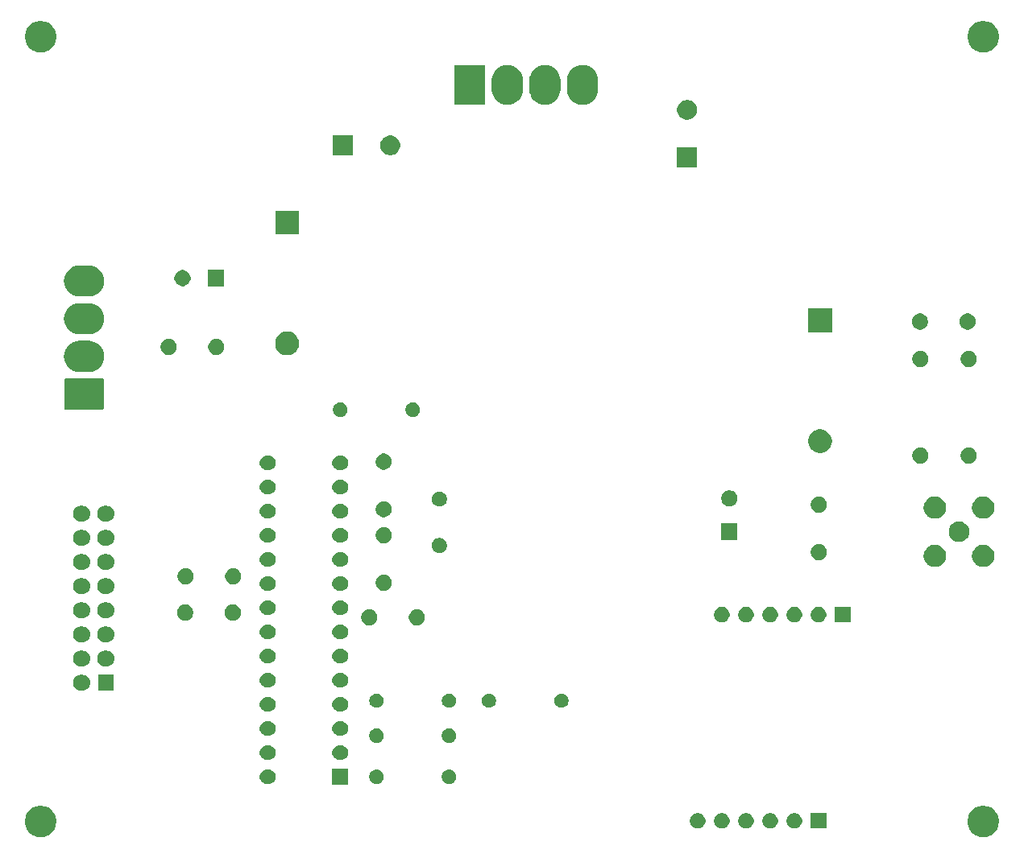
<source format=gbr>
G04 #@! TF.GenerationSoftware,KiCad,Pcbnew,(5.1.5)-3*
G04 #@! TF.CreationDate,2020-01-23T23:18:57+02:00*
G04 #@! TF.ProjectId,TrafficSignPCB,54726166-6669-4635-9369-676e5043422e,rev?*
G04 #@! TF.SameCoordinates,Original*
G04 #@! TF.FileFunction,Soldermask,Bot*
G04 #@! TF.FilePolarity,Negative*
%FSLAX46Y46*%
G04 Gerber Fmt 4.6, Leading zero omitted, Abs format (unit mm)*
G04 Created by KiCad (PCBNEW (5.1.5)-3) date 2020-01-23 23:18:57*
%MOMM*%
%LPD*%
G04 APERTURE LIST*
%ADD10C,0.100000*%
G04 APERTURE END LIST*
D10*
G36*
X150235256Y-150791298D02*
G01*
X150341579Y-150812447D01*
X150642042Y-150936903D01*
X150912451Y-151117585D01*
X151142415Y-151347549D01*
X151323097Y-151617958D01*
X151409580Y-151826745D01*
X151447553Y-151918422D01*
X151511000Y-152237389D01*
X151511000Y-152562611D01*
X151477684Y-152730100D01*
X151447553Y-152881579D01*
X151323097Y-153182042D01*
X151142415Y-153452451D01*
X150912451Y-153682415D01*
X150642042Y-153863097D01*
X150341579Y-153987553D01*
X150235256Y-154008702D01*
X150022611Y-154051000D01*
X149697389Y-154051000D01*
X149484744Y-154008702D01*
X149378421Y-153987553D01*
X149077958Y-153863097D01*
X148807549Y-153682415D01*
X148577585Y-153452451D01*
X148396903Y-153182042D01*
X148272447Y-152881579D01*
X148242316Y-152730100D01*
X148209000Y-152562611D01*
X148209000Y-152237389D01*
X148272447Y-151918422D01*
X148310421Y-151826745D01*
X148396903Y-151617958D01*
X148577585Y-151347549D01*
X148807549Y-151117585D01*
X149077958Y-150936903D01*
X149378421Y-150812447D01*
X149484744Y-150791298D01*
X149697389Y-150749000D01*
X150022611Y-150749000D01*
X150235256Y-150791298D01*
G37*
G36*
X51175256Y-150791298D02*
G01*
X51281579Y-150812447D01*
X51582042Y-150936903D01*
X51852451Y-151117585D01*
X52082415Y-151347549D01*
X52263097Y-151617958D01*
X52349580Y-151826745D01*
X52387553Y-151918422D01*
X52451000Y-152237389D01*
X52451000Y-152562611D01*
X52417684Y-152730100D01*
X52387553Y-152881579D01*
X52263097Y-153182042D01*
X52082415Y-153452451D01*
X51852451Y-153682415D01*
X51582042Y-153863097D01*
X51281579Y-153987553D01*
X51175256Y-154008702D01*
X50962611Y-154051000D01*
X50637389Y-154051000D01*
X50424744Y-154008702D01*
X50318421Y-153987553D01*
X50017958Y-153863097D01*
X49747549Y-153682415D01*
X49517585Y-153452451D01*
X49336903Y-153182042D01*
X49212447Y-152881579D01*
X49182316Y-152730100D01*
X49149000Y-152562611D01*
X49149000Y-152237389D01*
X49212447Y-151918422D01*
X49250421Y-151826745D01*
X49336903Y-151617958D01*
X49517585Y-151347549D01*
X49747549Y-151117585D01*
X50017958Y-150936903D01*
X50318421Y-150812447D01*
X50424744Y-150791298D01*
X50637389Y-150749000D01*
X50962611Y-150749000D01*
X51175256Y-150791298D01*
G37*
G36*
X130253142Y-151563242D02*
G01*
X130401101Y-151624529D01*
X130534255Y-151713499D01*
X130647501Y-151826745D01*
X130736471Y-151959899D01*
X130797758Y-152107858D01*
X130829000Y-152264925D01*
X130829000Y-152425075D01*
X130797758Y-152582142D01*
X130736471Y-152730101D01*
X130647501Y-152863255D01*
X130534255Y-152976501D01*
X130401101Y-153065471D01*
X130253142Y-153126758D01*
X130096075Y-153158000D01*
X129935925Y-153158000D01*
X129778858Y-153126758D01*
X129630899Y-153065471D01*
X129497745Y-152976501D01*
X129384499Y-152863255D01*
X129295529Y-152730101D01*
X129234242Y-152582142D01*
X129203000Y-152425075D01*
X129203000Y-152264925D01*
X129234242Y-152107858D01*
X129295529Y-151959899D01*
X129384499Y-151826745D01*
X129497745Y-151713499D01*
X129630899Y-151624529D01*
X129778858Y-151563242D01*
X129935925Y-151532000D01*
X130096075Y-151532000D01*
X130253142Y-151563242D01*
G37*
G36*
X125173142Y-151563242D02*
G01*
X125321101Y-151624529D01*
X125454255Y-151713499D01*
X125567501Y-151826745D01*
X125656471Y-151959899D01*
X125717758Y-152107858D01*
X125749000Y-152264925D01*
X125749000Y-152425075D01*
X125717758Y-152582142D01*
X125656471Y-152730101D01*
X125567501Y-152863255D01*
X125454255Y-152976501D01*
X125321101Y-153065471D01*
X125173142Y-153126758D01*
X125016075Y-153158000D01*
X124855925Y-153158000D01*
X124698858Y-153126758D01*
X124550899Y-153065471D01*
X124417745Y-152976501D01*
X124304499Y-152863255D01*
X124215529Y-152730101D01*
X124154242Y-152582142D01*
X124123000Y-152425075D01*
X124123000Y-152264925D01*
X124154242Y-152107858D01*
X124215529Y-151959899D01*
X124304499Y-151826745D01*
X124417745Y-151713499D01*
X124550899Y-151624529D01*
X124698858Y-151563242D01*
X124855925Y-151532000D01*
X125016075Y-151532000D01*
X125173142Y-151563242D01*
G37*
G36*
X122633142Y-151563242D02*
G01*
X122781101Y-151624529D01*
X122914255Y-151713499D01*
X123027501Y-151826745D01*
X123116471Y-151959899D01*
X123177758Y-152107858D01*
X123209000Y-152264925D01*
X123209000Y-152425075D01*
X123177758Y-152582142D01*
X123116471Y-152730101D01*
X123027501Y-152863255D01*
X122914255Y-152976501D01*
X122781101Y-153065471D01*
X122633142Y-153126758D01*
X122476075Y-153158000D01*
X122315925Y-153158000D01*
X122158858Y-153126758D01*
X122010899Y-153065471D01*
X121877745Y-152976501D01*
X121764499Y-152863255D01*
X121675529Y-152730101D01*
X121614242Y-152582142D01*
X121583000Y-152425075D01*
X121583000Y-152264925D01*
X121614242Y-152107858D01*
X121675529Y-151959899D01*
X121764499Y-151826745D01*
X121877745Y-151713499D01*
X122010899Y-151624529D01*
X122158858Y-151563242D01*
X122315925Y-151532000D01*
X122476075Y-151532000D01*
X122633142Y-151563242D01*
G37*
G36*
X120093142Y-151563242D02*
G01*
X120241101Y-151624529D01*
X120374255Y-151713499D01*
X120487501Y-151826745D01*
X120576471Y-151959899D01*
X120637758Y-152107858D01*
X120669000Y-152264925D01*
X120669000Y-152425075D01*
X120637758Y-152582142D01*
X120576471Y-152730101D01*
X120487501Y-152863255D01*
X120374255Y-152976501D01*
X120241101Y-153065471D01*
X120093142Y-153126758D01*
X119936075Y-153158000D01*
X119775925Y-153158000D01*
X119618858Y-153126758D01*
X119470899Y-153065471D01*
X119337745Y-152976501D01*
X119224499Y-152863255D01*
X119135529Y-152730101D01*
X119074242Y-152582142D01*
X119043000Y-152425075D01*
X119043000Y-152264925D01*
X119074242Y-152107858D01*
X119135529Y-151959899D01*
X119224499Y-151826745D01*
X119337745Y-151713499D01*
X119470899Y-151624529D01*
X119618858Y-151563242D01*
X119775925Y-151532000D01*
X119936075Y-151532000D01*
X120093142Y-151563242D01*
G37*
G36*
X133369000Y-153158000D02*
G01*
X131743000Y-153158000D01*
X131743000Y-151532000D01*
X133369000Y-151532000D01*
X133369000Y-153158000D01*
G37*
G36*
X127713142Y-151563242D02*
G01*
X127861101Y-151624529D01*
X127994255Y-151713499D01*
X128107501Y-151826745D01*
X128196471Y-151959899D01*
X128257758Y-152107858D01*
X128289000Y-152264925D01*
X128289000Y-152425075D01*
X128257758Y-152582142D01*
X128196471Y-152730101D01*
X128107501Y-152863255D01*
X127994255Y-152976501D01*
X127861101Y-153065471D01*
X127713142Y-153126758D01*
X127556075Y-153158000D01*
X127395925Y-153158000D01*
X127238858Y-153126758D01*
X127090899Y-153065471D01*
X126957745Y-152976501D01*
X126844499Y-152863255D01*
X126755529Y-152730101D01*
X126694242Y-152582142D01*
X126663000Y-152425075D01*
X126663000Y-152264925D01*
X126694242Y-152107858D01*
X126755529Y-151959899D01*
X126844499Y-151826745D01*
X126957745Y-151713499D01*
X127090899Y-151624529D01*
X127238858Y-151563242D01*
X127395925Y-151532000D01*
X127556075Y-151532000D01*
X127713142Y-151563242D01*
G37*
G36*
X83147000Y-148552000D02*
G01*
X81445000Y-148552000D01*
X81445000Y-146850000D01*
X83147000Y-146850000D01*
X83147000Y-148552000D01*
G37*
G36*
X93945059Y-146978860D02*
G01*
X94005294Y-147003810D01*
X94081732Y-147035472D01*
X94204735Y-147117660D01*
X94309340Y-147222265D01*
X94391528Y-147345268D01*
X94448140Y-147481941D01*
X94477000Y-147627033D01*
X94477000Y-147774967D01*
X94448140Y-147920059D01*
X94391528Y-148056732D01*
X94309340Y-148179735D01*
X94204735Y-148284340D01*
X94081732Y-148366528D01*
X94081731Y-148366529D01*
X94081730Y-148366529D01*
X93945059Y-148423140D01*
X93799968Y-148452000D01*
X93652032Y-148452000D01*
X93506941Y-148423140D01*
X93370270Y-148366529D01*
X93370269Y-148366529D01*
X93370268Y-148366528D01*
X93247265Y-148284340D01*
X93142660Y-148179735D01*
X93060472Y-148056732D01*
X93003860Y-147920059D01*
X92975000Y-147774967D01*
X92975000Y-147627033D01*
X93003860Y-147481941D01*
X93060472Y-147345268D01*
X93142660Y-147222265D01*
X93247265Y-147117660D01*
X93370268Y-147035472D01*
X93446707Y-147003810D01*
X93506941Y-146978860D01*
X93652032Y-146950000D01*
X93799968Y-146950000D01*
X93945059Y-146978860D01*
G37*
G36*
X74849665Y-146953622D02*
G01*
X74923222Y-146960867D01*
X75064786Y-147003810D01*
X75195252Y-147073546D01*
X75225040Y-147097992D01*
X75309607Y-147167393D01*
X75379008Y-147251960D01*
X75403454Y-147281748D01*
X75473190Y-147412214D01*
X75516133Y-147553778D01*
X75530633Y-147701000D01*
X75516133Y-147848222D01*
X75473190Y-147989786D01*
X75403454Y-148120252D01*
X75379008Y-148150040D01*
X75309607Y-148234607D01*
X75249004Y-148284341D01*
X75195252Y-148328454D01*
X75064786Y-148398190D01*
X74923222Y-148441133D01*
X74849665Y-148448378D01*
X74812888Y-148452000D01*
X74539112Y-148452000D01*
X74502335Y-148448378D01*
X74428778Y-148441133D01*
X74287214Y-148398190D01*
X74156748Y-148328454D01*
X74102996Y-148284341D01*
X74042393Y-148234607D01*
X73972992Y-148150040D01*
X73948546Y-148120252D01*
X73878810Y-147989786D01*
X73835867Y-147848222D01*
X73821367Y-147701000D01*
X73835867Y-147553778D01*
X73878810Y-147412214D01*
X73948546Y-147281748D01*
X73972992Y-147251960D01*
X74042393Y-147167393D01*
X74126960Y-147097992D01*
X74156748Y-147073546D01*
X74287214Y-147003810D01*
X74428778Y-146960867D01*
X74502335Y-146953622D01*
X74539112Y-146950000D01*
X74812888Y-146950000D01*
X74849665Y-146953622D01*
G37*
G36*
X86325059Y-146978860D02*
G01*
X86385294Y-147003810D01*
X86461732Y-147035472D01*
X86584735Y-147117660D01*
X86689340Y-147222265D01*
X86771528Y-147345268D01*
X86828140Y-147481941D01*
X86857000Y-147627033D01*
X86857000Y-147774967D01*
X86828140Y-147920059D01*
X86771528Y-148056732D01*
X86689340Y-148179735D01*
X86584735Y-148284340D01*
X86461732Y-148366528D01*
X86461731Y-148366529D01*
X86461730Y-148366529D01*
X86325059Y-148423140D01*
X86179968Y-148452000D01*
X86032032Y-148452000D01*
X85886941Y-148423140D01*
X85750270Y-148366529D01*
X85750269Y-148366529D01*
X85750268Y-148366528D01*
X85627265Y-148284340D01*
X85522660Y-148179735D01*
X85440472Y-148056732D01*
X85383860Y-147920059D01*
X85355000Y-147774967D01*
X85355000Y-147627033D01*
X85383860Y-147481941D01*
X85440472Y-147345268D01*
X85522660Y-147222265D01*
X85627265Y-147117660D01*
X85750268Y-147035472D01*
X85826707Y-147003810D01*
X85886941Y-146978860D01*
X86032032Y-146950000D01*
X86179968Y-146950000D01*
X86325059Y-146978860D01*
G37*
G36*
X82469665Y-144413622D02*
G01*
X82543222Y-144420867D01*
X82684786Y-144463810D01*
X82815252Y-144533546D01*
X82845040Y-144557992D01*
X82929607Y-144627393D01*
X82999008Y-144711960D01*
X83023454Y-144741748D01*
X83093190Y-144872214D01*
X83136133Y-145013778D01*
X83150633Y-145161000D01*
X83136133Y-145308222D01*
X83093190Y-145449786D01*
X83023454Y-145580252D01*
X82999008Y-145610040D01*
X82929607Y-145694607D01*
X82845040Y-145764008D01*
X82815252Y-145788454D01*
X82684786Y-145858190D01*
X82543222Y-145901133D01*
X82469665Y-145908378D01*
X82432888Y-145912000D01*
X82159112Y-145912000D01*
X82122335Y-145908378D01*
X82048778Y-145901133D01*
X81907214Y-145858190D01*
X81776748Y-145788454D01*
X81746960Y-145764008D01*
X81662393Y-145694607D01*
X81592992Y-145610040D01*
X81568546Y-145580252D01*
X81498810Y-145449786D01*
X81455867Y-145308222D01*
X81441367Y-145161000D01*
X81455867Y-145013778D01*
X81498810Y-144872214D01*
X81568546Y-144741748D01*
X81592992Y-144711960D01*
X81662393Y-144627393D01*
X81746960Y-144557992D01*
X81776748Y-144533546D01*
X81907214Y-144463810D01*
X82048778Y-144420867D01*
X82122335Y-144413622D01*
X82159112Y-144410000D01*
X82432888Y-144410000D01*
X82469665Y-144413622D01*
G37*
G36*
X74849665Y-144413622D02*
G01*
X74923222Y-144420867D01*
X75064786Y-144463810D01*
X75195252Y-144533546D01*
X75225040Y-144557992D01*
X75309607Y-144627393D01*
X75379008Y-144711960D01*
X75403454Y-144741748D01*
X75473190Y-144872214D01*
X75516133Y-145013778D01*
X75530633Y-145161000D01*
X75516133Y-145308222D01*
X75473190Y-145449786D01*
X75403454Y-145580252D01*
X75379008Y-145610040D01*
X75309607Y-145694607D01*
X75225040Y-145764008D01*
X75195252Y-145788454D01*
X75064786Y-145858190D01*
X74923222Y-145901133D01*
X74849665Y-145908378D01*
X74812888Y-145912000D01*
X74539112Y-145912000D01*
X74502335Y-145908378D01*
X74428778Y-145901133D01*
X74287214Y-145858190D01*
X74156748Y-145788454D01*
X74126960Y-145764008D01*
X74042393Y-145694607D01*
X73972992Y-145610040D01*
X73948546Y-145580252D01*
X73878810Y-145449786D01*
X73835867Y-145308222D01*
X73821367Y-145161000D01*
X73835867Y-145013778D01*
X73878810Y-144872214D01*
X73948546Y-144741748D01*
X73972992Y-144711960D01*
X74042393Y-144627393D01*
X74126960Y-144557992D01*
X74156748Y-144533546D01*
X74287214Y-144463810D01*
X74428778Y-144420867D01*
X74502335Y-144413622D01*
X74539112Y-144410000D01*
X74812888Y-144410000D01*
X74849665Y-144413622D01*
G37*
G36*
X93945059Y-142660860D02*
G01*
X94081732Y-142717472D01*
X94204735Y-142799660D01*
X94309340Y-142904265D01*
X94391528Y-143027268D01*
X94448140Y-143163941D01*
X94477000Y-143309033D01*
X94477000Y-143456967D01*
X94448140Y-143602059D01*
X94391528Y-143738732D01*
X94309340Y-143861735D01*
X94204735Y-143966340D01*
X94081732Y-144048528D01*
X94081731Y-144048529D01*
X94081730Y-144048529D01*
X93945059Y-144105140D01*
X93799968Y-144134000D01*
X93652032Y-144134000D01*
X93506941Y-144105140D01*
X93370270Y-144048529D01*
X93370269Y-144048529D01*
X93370268Y-144048528D01*
X93247265Y-143966340D01*
X93142660Y-143861735D01*
X93060472Y-143738732D01*
X93003860Y-143602059D01*
X92975000Y-143456967D01*
X92975000Y-143309033D01*
X93003860Y-143163941D01*
X93060472Y-143027268D01*
X93142660Y-142904265D01*
X93247265Y-142799660D01*
X93370268Y-142717472D01*
X93506941Y-142660860D01*
X93652032Y-142632000D01*
X93799968Y-142632000D01*
X93945059Y-142660860D01*
G37*
G36*
X86325059Y-142660860D02*
G01*
X86461732Y-142717472D01*
X86584735Y-142799660D01*
X86689340Y-142904265D01*
X86771528Y-143027268D01*
X86828140Y-143163941D01*
X86857000Y-143309033D01*
X86857000Y-143456967D01*
X86828140Y-143602059D01*
X86771528Y-143738732D01*
X86689340Y-143861735D01*
X86584735Y-143966340D01*
X86461732Y-144048528D01*
X86461731Y-144048529D01*
X86461730Y-144048529D01*
X86325059Y-144105140D01*
X86179968Y-144134000D01*
X86032032Y-144134000D01*
X85886941Y-144105140D01*
X85750270Y-144048529D01*
X85750269Y-144048529D01*
X85750268Y-144048528D01*
X85627265Y-143966340D01*
X85522660Y-143861735D01*
X85440472Y-143738732D01*
X85383860Y-143602059D01*
X85355000Y-143456967D01*
X85355000Y-143309033D01*
X85383860Y-143163941D01*
X85440472Y-143027268D01*
X85522660Y-142904265D01*
X85627265Y-142799660D01*
X85750268Y-142717472D01*
X85886941Y-142660860D01*
X86032032Y-142632000D01*
X86179968Y-142632000D01*
X86325059Y-142660860D01*
G37*
G36*
X74849665Y-141873622D02*
G01*
X74923222Y-141880867D01*
X75064786Y-141923810D01*
X75195252Y-141993546D01*
X75225040Y-142017992D01*
X75309607Y-142087393D01*
X75379008Y-142171960D01*
X75403454Y-142201748D01*
X75473190Y-142332214D01*
X75516133Y-142473778D01*
X75530633Y-142621000D01*
X75516133Y-142768222D01*
X75473190Y-142909786D01*
X75403454Y-143040252D01*
X75379008Y-143070040D01*
X75309607Y-143154607D01*
X75225040Y-143224008D01*
X75195252Y-143248454D01*
X75195250Y-143248455D01*
X75081918Y-143309033D01*
X75064786Y-143318190D01*
X74923222Y-143361133D01*
X74849665Y-143368378D01*
X74812888Y-143372000D01*
X74539112Y-143372000D01*
X74502335Y-143368378D01*
X74428778Y-143361133D01*
X74287214Y-143318190D01*
X74270083Y-143309033D01*
X74156750Y-143248455D01*
X74156748Y-143248454D01*
X74126960Y-143224008D01*
X74042393Y-143154607D01*
X73972992Y-143070040D01*
X73948546Y-143040252D01*
X73878810Y-142909786D01*
X73835867Y-142768222D01*
X73821367Y-142621000D01*
X73835867Y-142473778D01*
X73878810Y-142332214D01*
X73948546Y-142201748D01*
X73972992Y-142171960D01*
X74042393Y-142087393D01*
X74126960Y-142017992D01*
X74156748Y-141993546D01*
X74287214Y-141923810D01*
X74428778Y-141880867D01*
X74502335Y-141873622D01*
X74539112Y-141870000D01*
X74812888Y-141870000D01*
X74849665Y-141873622D01*
G37*
G36*
X82469665Y-141873622D02*
G01*
X82543222Y-141880867D01*
X82684786Y-141923810D01*
X82815252Y-141993546D01*
X82845040Y-142017992D01*
X82929607Y-142087393D01*
X82999008Y-142171960D01*
X83023454Y-142201748D01*
X83093190Y-142332214D01*
X83136133Y-142473778D01*
X83150633Y-142621000D01*
X83136133Y-142768222D01*
X83093190Y-142909786D01*
X83023454Y-143040252D01*
X82999008Y-143070040D01*
X82929607Y-143154607D01*
X82845040Y-143224008D01*
X82815252Y-143248454D01*
X82815250Y-143248455D01*
X82701918Y-143309033D01*
X82684786Y-143318190D01*
X82543222Y-143361133D01*
X82469665Y-143368378D01*
X82432888Y-143372000D01*
X82159112Y-143372000D01*
X82122335Y-143368378D01*
X82048778Y-143361133D01*
X81907214Y-143318190D01*
X81890083Y-143309033D01*
X81776750Y-143248455D01*
X81776748Y-143248454D01*
X81746960Y-143224008D01*
X81662393Y-143154607D01*
X81592992Y-143070040D01*
X81568546Y-143040252D01*
X81498810Y-142909786D01*
X81455867Y-142768222D01*
X81441367Y-142621000D01*
X81455867Y-142473778D01*
X81498810Y-142332214D01*
X81568546Y-142201748D01*
X81592992Y-142171960D01*
X81662393Y-142087393D01*
X81746960Y-142017992D01*
X81776748Y-141993546D01*
X81907214Y-141923810D01*
X82048778Y-141880867D01*
X82122335Y-141873622D01*
X82159112Y-141870000D01*
X82432888Y-141870000D01*
X82469665Y-141873622D01*
G37*
G36*
X74849665Y-139333622D02*
G01*
X74923222Y-139340867D01*
X75064786Y-139383810D01*
X75195252Y-139453546D01*
X75225040Y-139477992D01*
X75309607Y-139547393D01*
X75379008Y-139631960D01*
X75403454Y-139661748D01*
X75473190Y-139792214D01*
X75516133Y-139933778D01*
X75530633Y-140081000D01*
X75516133Y-140228222D01*
X75473190Y-140369786D01*
X75403454Y-140500252D01*
X75379008Y-140530040D01*
X75309607Y-140614607D01*
X75225040Y-140684008D01*
X75195252Y-140708454D01*
X75064786Y-140778190D01*
X74923222Y-140821133D01*
X74849665Y-140828378D01*
X74812888Y-140832000D01*
X74539112Y-140832000D01*
X74502335Y-140828378D01*
X74428778Y-140821133D01*
X74287214Y-140778190D01*
X74156748Y-140708454D01*
X74126960Y-140684008D01*
X74042393Y-140614607D01*
X73972992Y-140530040D01*
X73948546Y-140500252D01*
X73878810Y-140369786D01*
X73835867Y-140228222D01*
X73821367Y-140081000D01*
X73835867Y-139933778D01*
X73878810Y-139792214D01*
X73948546Y-139661748D01*
X73972992Y-139631960D01*
X74042393Y-139547393D01*
X74126960Y-139477992D01*
X74156748Y-139453546D01*
X74287214Y-139383810D01*
X74428778Y-139340867D01*
X74502335Y-139333622D01*
X74539112Y-139330000D01*
X74812888Y-139330000D01*
X74849665Y-139333622D01*
G37*
G36*
X82469665Y-139333622D02*
G01*
X82543222Y-139340867D01*
X82684786Y-139383810D01*
X82815252Y-139453546D01*
X82845040Y-139477992D01*
X82929607Y-139547393D01*
X82999008Y-139631960D01*
X83023454Y-139661748D01*
X83093190Y-139792214D01*
X83136133Y-139933778D01*
X83150633Y-140081000D01*
X83136133Y-140228222D01*
X83093190Y-140369786D01*
X83023454Y-140500252D01*
X82999008Y-140530040D01*
X82929607Y-140614607D01*
X82845040Y-140684008D01*
X82815252Y-140708454D01*
X82684786Y-140778190D01*
X82543222Y-140821133D01*
X82469665Y-140828378D01*
X82432888Y-140832000D01*
X82159112Y-140832000D01*
X82122335Y-140828378D01*
X82048778Y-140821133D01*
X81907214Y-140778190D01*
X81776748Y-140708454D01*
X81746960Y-140684008D01*
X81662393Y-140614607D01*
X81592992Y-140530040D01*
X81568546Y-140500252D01*
X81498810Y-140369786D01*
X81455867Y-140228222D01*
X81441367Y-140081000D01*
X81455867Y-139933778D01*
X81498810Y-139792214D01*
X81568546Y-139661748D01*
X81592992Y-139631960D01*
X81662393Y-139547393D01*
X81746960Y-139477992D01*
X81776748Y-139453546D01*
X81907214Y-139383810D01*
X82048778Y-139340867D01*
X82122335Y-139333622D01*
X82159112Y-139330000D01*
X82432888Y-139330000D01*
X82469665Y-139333622D01*
G37*
G36*
X93945059Y-138977860D02*
G01*
X94081732Y-139034472D01*
X94204735Y-139116660D01*
X94309340Y-139221265D01*
X94391528Y-139344268D01*
X94448140Y-139480941D01*
X94477000Y-139626033D01*
X94477000Y-139773967D01*
X94448140Y-139919059D01*
X94391528Y-140055732D01*
X94309340Y-140178735D01*
X94204735Y-140283340D01*
X94081732Y-140365528D01*
X94081731Y-140365529D01*
X94081730Y-140365529D01*
X93945059Y-140422140D01*
X93799968Y-140451000D01*
X93652032Y-140451000D01*
X93506941Y-140422140D01*
X93370270Y-140365529D01*
X93370269Y-140365529D01*
X93370268Y-140365528D01*
X93247265Y-140283340D01*
X93142660Y-140178735D01*
X93060472Y-140055732D01*
X93003860Y-139919059D01*
X92975000Y-139773967D01*
X92975000Y-139626033D01*
X93003860Y-139480941D01*
X93060472Y-139344268D01*
X93142660Y-139221265D01*
X93247265Y-139116660D01*
X93370268Y-139034472D01*
X93506941Y-138977860D01*
X93652032Y-138949000D01*
X93799968Y-138949000D01*
X93945059Y-138977860D01*
G37*
G36*
X86325059Y-138977860D02*
G01*
X86461732Y-139034472D01*
X86584735Y-139116660D01*
X86689340Y-139221265D01*
X86771528Y-139344268D01*
X86828140Y-139480941D01*
X86857000Y-139626033D01*
X86857000Y-139773967D01*
X86828140Y-139919059D01*
X86771528Y-140055732D01*
X86689340Y-140178735D01*
X86584735Y-140283340D01*
X86461732Y-140365528D01*
X86461731Y-140365529D01*
X86461730Y-140365529D01*
X86325059Y-140422140D01*
X86179968Y-140451000D01*
X86032032Y-140451000D01*
X85886941Y-140422140D01*
X85750270Y-140365529D01*
X85750269Y-140365529D01*
X85750268Y-140365528D01*
X85627265Y-140283340D01*
X85522660Y-140178735D01*
X85440472Y-140055732D01*
X85383860Y-139919059D01*
X85355000Y-139773967D01*
X85355000Y-139626033D01*
X85383860Y-139480941D01*
X85440472Y-139344268D01*
X85522660Y-139221265D01*
X85627265Y-139116660D01*
X85750268Y-139034472D01*
X85886941Y-138977860D01*
X86032032Y-138949000D01*
X86179968Y-138949000D01*
X86325059Y-138977860D01*
G37*
G36*
X98136059Y-138977860D02*
G01*
X98272732Y-139034472D01*
X98395735Y-139116660D01*
X98500340Y-139221265D01*
X98582528Y-139344268D01*
X98639140Y-139480941D01*
X98668000Y-139626033D01*
X98668000Y-139773967D01*
X98639140Y-139919059D01*
X98582528Y-140055732D01*
X98500340Y-140178735D01*
X98395735Y-140283340D01*
X98272732Y-140365528D01*
X98272731Y-140365529D01*
X98272730Y-140365529D01*
X98136059Y-140422140D01*
X97990968Y-140451000D01*
X97843032Y-140451000D01*
X97697941Y-140422140D01*
X97561270Y-140365529D01*
X97561269Y-140365529D01*
X97561268Y-140365528D01*
X97438265Y-140283340D01*
X97333660Y-140178735D01*
X97251472Y-140055732D01*
X97194860Y-139919059D01*
X97166000Y-139773967D01*
X97166000Y-139626033D01*
X97194860Y-139480941D01*
X97251472Y-139344268D01*
X97333660Y-139221265D01*
X97438265Y-139116660D01*
X97561268Y-139034472D01*
X97697941Y-138977860D01*
X97843032Y-138949000D01*
X97990968Y-138949000D01*
X98136059Y-138977860D01*
G37*
G36*
X105756059Y-138977860D02*
G01*
X105892732Y-139034472D01*
X106015735Y-139116660D01*
X106120340Y-139221265D01*
X106202528Y-139344268D01*
X106259140Y-139480941D01*
X106288000Y-139626033D01*
X106288000Y-139773967D01*
X106259140Y-139919059D01*
X106202528Y-140055732D01*
X106120340Y-140178735D01*
X106015735Y-140283340D01*
X105892732Y-140365528D01*
X105892731Y-140365529D01*
X105892730Y-140365529D01*
X105756059Y-140422140D01*
X105610968Y-140451000D01*
X105463032Y-140451000D01*
X105317941Y-140422140D01*
X105181270Y-140365529D01*
X105181269Y-140365529D01*
X105181268Y-140365528D01*
X105058265Y-140283340D01*
X104953660Y-140178735D01*
X104871472Y-140055732D01*
X104814860Y-139919059D01*
X104786000Y-139773967D01*
X104786000Y-139626033D01*
X104814860Y-139480941D01*
X104871472Y-139344268D01*
X104953660Y-139221265D01*
X105058265Y-139116660D01*
X105181268Y-139034472D01*
X105317941Y-138977860D01*
X105463032Y-138949000D01*
X105610968Y-138949000D01*
X105756059Y-138977860D01*
G37*
G36*
X58472600Y-138609600D02*
G01*
X56843400Y-138609600D01*
X56843400Y-136980400D01*
X58472600Y-136980400D01*
X58472600Y-138609600D01*
G37*
G36*
X55377691Y-136992186D02*
G01*
X55531242Y-137038766D01*
X55672756Y-137114407D01*
X55796796Y-137216204D01*
X55898593Y-137340244D01*
X55974234Y-137481758D01*
X56020814Y-137635309D01*
X56036541Y-137795000D01*
X56020814Y-137954691D01*
X55974234Y-138108242D01*
X55898593Y-138249756D01*
X55796796Y-138373796D01*
X55672756Y-138475593D01*
X55531242Y-138551234D01*
X55377691Y-138597814D01*
X55258018Y-138609600D01*
X54977982Y-138609600D01*
X54858309Y-138597814D01*
X54704758Y-138551234D01*
X54563244Y-138475593D01*
X54439204Y-138373796D01*
X54337407Y-138249756D01*
X54261766Y-138108242D01*
X54215186Y-137954691D01*
X54199459Y-137795000D01*
X54215186Y-137635309D01*
X54261766Y-137481758D01*
X54337407Y-137340244D01*
X54439204Y-137216204D01*
X54563244Y-137114407D01*
X54704758Y-137038766D01*
X54858309Y-136992186D01*
X54977982Y-136980400D01*
X55258018Y-136980400D01*
X55377691Y-136992186D01*
G37*
G36*
X82469665Y-136793622D02*
G01*
X82543222Y-136800867D01*
X82684786Y-136843810D01*
X82815252Y-136913546D01*
X82845040Y-136937992D01*
X82929607Y-137007393D01*
X82999008Y-137091960D01*
X83023454Y-137121748D01*
X83093190Y-137252214D01*
X83136133Y-137393778D01*
X83150633Y-137541000D01*
X83136133Y-137688222D01*
X83093190Y-137829786D01*
X83023454Y-137960252D01*
X82999008Y-137990040D01*
X82929607Y-138074607D01*
X82845040Y-138144008D01*
X82815252Y-138168454D01*
X82684786Y-138238190D01*
X82543222Y-138281133D01*
X82469665Y-138288378D01*
X82432888Y-138292000D01*
X82159112Y-138292000D01*
X82122335Y-138288378D01*
X82048778Y-138281133D01*
X81907214Y-138238190D01*
X81776748Y-138168454D01*
X81746960Y-138144008D01*
X81662393Y-138074607D01*
X81592992Y-137990040D01*
X81568546Y-137960252D01*
X81498810Y-137829786D01*
X81455867Y-137688222D01*
X81441367Y-137541000D01*
X81455867Y-137393778D01*
X81498810Y-137252214D01*
X81568546Y-137121748D01*
X81592992Y-137091960D01*
X81662393Y-137007393D01*
X81746960Y-136937992D01*
X81776748Y-136913546D01*
X81907214Y-136843810D01*
X82048778Y-136800867D01*
X82122335Y-136793622D01*
X82159112Y-136790000D01*
X82432888Y-136790000D01*
X82469665Y-136793622D01*
G37*
G36*
X74849665Y-136793622D02*
G01*
X74923222Y-136800867D01*
X75064786Y-136843810D01*
X75195252Y-136913546D01*
X75225040Y-136937992D01*
X75309607Y-137007393D01*
X75379008Y-137091960D01*
X75403454Y-137121748D01*
X75473190Y-137252214D01*
X75516133Y-137393778D01*
X75530633Y-137541000D01*
X75516133Y-137688222D01*
X75473190Y-137829786D01*
X75403454Y-137960252D01*
X75379008Y-137990040D01*
X75309607Y-138074607D01*
X75225040Y-138144008D01*
X75195252Y-138168454D01*
X75064786Y-138238190D01*
X74923222Y-138281133D01*
X74849665Y-138288378D01*
X74812888Y-138292000D01*
X74539112Y-138292000D01*
X74502335Y-138288378D01*
X74428778Y-138281133D01*
X74287214Y-138238190D01*
X74156748Y-138168454D01*
X74126960Y-138144008D01*
X74042393Y-138074607D01*
X73972992Y-137990040D01*
X73948546Y-137960252D01*
X73878810Y-137829786D01*
X73835867Y-137688222D01*
X73821367Y-137541000D01*
X73835867Y-137393778D01*
X73878810Y-137252214D01*
X73948546Y-137121748D01*
X73972992Y-137091960D01*
X74042393Y-137007393D01*
X74126960Y-136937992D01*
X74156748Y-136913546D01*
X74287214Y-136843810D01*
X74428778Y-136800867D01*
X74502335Y-136793622D01*
X74539112Y-136790000D01*
X74812888Y-136790000D01*
X74849665Y-136793622D01*
G37*
G36*
X57917691Y-134452186D02*
G01*
X58071242Y-134498766D01*
X58212756Y-134574407D01*
X58336796Y-134676204D01*
X58438593Y-134800244D01*
X58514234Y-134941758D01*
X58560814Y-135095309D01*
X58576541Y-135255000D01*
X58560814Y-135414691D01*
X58514234Y-135568242D01*
X58438593Y-135709756D01*
X58336796Y-135833796D01*
X58212756Y-135935593D01*
X58071242Y-136011234D01*
X57917691Y-136057814D01*
X57798018Y-136069600D01*
X57517982Y-136069600D01*
X57398309Y-136057814D01*
X57244758Y-136011234D01*
X57103244Y-135935593D01*
X56979204Y-135833796D01*
X56877407Y-135709756D01*
X56801766Y-135568242D01*
X56755186Y-135414691D01*
X56739459Y-135255000D01*
X56755186Y-135095309D01*
X56801766Y-134941758D01*
X56877407Y-134800244D01*
X56979204Y-134676204D01*
X57103244Y-134574407D01*
X57244758Y-134498766D01*
X57398309Y-134452186D01*
X57517982Y-134440400D01*
X57798018Y-134440400D01*
X57917691Y-134452186D01*
G37*
G36*
X55377691Y-134452186D02*
G01*
X55531242Y-134498766D01*
X55672756Y-134574407D01*
X55796796Y-134676204D01*
X55898593Y-134800244D01*
X55974234Y-134941758D01*
X56020814Y-135095309D01*
X56036541Y-135255000D01*
X56020814Y-135414691D01*
X55974234Y-135568242D01*
X55898593Y-135709756D01*
X55796796Y-135833796D01*
X55672756Y-135935593D01*
X55531242Y-136011234D01*
X55377691Y-136057814D01*
X55258018Y-136069600D01*
X54977982Y-136069600D01*
X54858309Y-136057814D01*
X54704758Y-136011234D01*
X54563244Y-135935593D01*
X54439204Y-135833796D01*
X54337407Y-135709756D01*
X54261766Y-135568242D01*
X54215186Y-135414691D01*
X54199459Y-135255000D01*
X54215186Y-135095309D01*
X54261766Y-134941758D01*
X54337407Y-134800244D01*
X54439204Y-134676204D01*
X54563244Y-134574407D01*
X54704758Y-134498766D01*
X54858309Y-134452186D01*
X54977982Y-134440400D01*
X55258018Y-134440400D01*
X55377691Y-134452186D01*
G37*
G36*
X82469665Y-134253622D02*
G01*
X82543222Y-134260867D01*
X82684786Y-134303810D01*
X82815252Y-134373546D01*
X82845040Y-134397992D01*
X82929607Y-134467393D01*
X82999008Y-134551960D01*
X83023454Y-134581748D01*
X83093190Y-134712214D01*
X83136133Y-134853778D01*
X83150633Y-135001000D01*
X83136133Y-135148222D01*
X83093190Y-135289786D01*
X83023454Y-135420252D01*
X82999008Y-135450040D01*
X82929607Y-135534607D01*
X82845040Y-135604008D01*
X82815252Y-135628454D01*
X82684786Y-135698190D01*
X82543222Y-135741133D01*
X82469665Y-135748378D01*
X82432888Y-135752000D01*
X82159112Y-135752000D01*
X82122335Y-135748378D01*
X82048778Y-135741133D01*
X81907214Y-135698190D01*
X81776748Y-135628454D01*
X81746960Y-135604008D01*
X81662393Y-135534607D01*
X81592992Y-135450040D01*
X81568546Y-135420252D01*
X81498810Y-135289786D01*
X81455867Y-135148222D01*
X81441367Y-135001000D01*
X81455867Y-134853778D01*
X81498810Y-134712214D01*
X81568546Y-134581748D01*
X81592992Y-134551960D01*
X81662393Y-134467393D01*
X81746960Y-134397992D01*
X81776748Y-134373546D01*
X81907214Y-134303810D01*
X82048778Y-134260867D01*
X82122335Y-134253622D01*
X82159112Y-134250000D01*
X82432888Y-134250000D01*
X82469665Y-134253622D01*
G37*
G36*
X74849665Y-134253622D02*
G01*
X74923222Y-134260867D01*
X75064786Y-134303810D01*
X75195252Y-134373546D01*
X75225040Y-134397992D01*
X75309607Y-134467393D01*
X75379008Y-134551960D01*
X75403454Y-134581748D01*
X75473190Y-134712214D01*
X75516133Y-134853778D01*
X75530633Y-135001000D01*
X75516133Y-135148222D01*
X75473190Y-135289786D01*
X75403454Y-135420252D01*
X75379008Y-135450040D01*
X75309607Y-135534607D01*
X75225040Y-135604008D01*
X75195252Y-135628454D01*
X75064786Y-135698190D01*
X74923222Y-135741133D01*
X74849665Y-135748378D01*
X74812888Y-135752000D01*
X74539112Y-135752000D01*
X74502335Y-135748378D01*
X74428778Y-135741133D01*
X74287214Y-135698190D01*
X74156748Y-135628454D01*
X74126960Y-135604008D01*
X74042393Y-135534607D01*
X73972992Y-135450040D01*
X73948546Y-135420252D01*
X73878810Y-135289786D01*
X73835867Y-135148222D01*
X73821367Y-135001000D01*
X73835867Y-134853778D01*
X73878810Y-134712214D01*
X73948546Y-134581748D01*
X73972992Y-134551960D01*
X74042393Y-134467393D01*
X74126960Y-134397992D01*
X74156748Y-134373546D01*
X74287214Y-134303810D01*
X74428778Y-134260867D01*
X74502335Y-134253622D01*
X74539112Y-134250000D01*
X74812888Y-134250000D01*
X74849665Y-134253622D01*
G37*
G36*
X55377691Y-131912186D02*
G01*
X55531242Y-131958766D01*
X55672756Y-132034407D01*
X55796796Y-132136204D01*
X55898593Y-132260244D01*
X55974234Y-132401758D01*
X56020814Y-132555309D01*
X56036541Y-132715000D01*
X56020814Y-132874691D01*
X55974234Y-133028242D01*
X55898593Y-133169756D01*
X55796796Y-133293796D01*
X55672756Y-133395593D01*
X55531242Y-133471234D01*
X55377691Y-133517814D01*
X55258018Y-133529600D01*
X54977982Y-133529600D01*
X54858309Y-133517814D01*
X54704758Y-133471234D01*
X54563244Y-133395593D01*
X54439204Y-133293796D01*
X54337407Y-133169756D01*
X54261766Y-133028242D01*
X54215186Y-132874691D01*
X54199459Y-132715000D01*
X54215186Y-132555309D01*
X54261766Y-132401758D01*
X54337407Y-132260244D01*
X54439204Y-132136204D01*
X54563244Y-132034407D01*
X54704758Y-131958766D01*
X54858309Y-131912186D01*
X54977982Y-131900400D01*
X55258018Y-131900400D01*
X55377691Y-131912186D01*
G37*
G36*
X57917691Y-131912186D02*
G01*
X58071242Y-131958766D01*
X58212756Y-132034407D01*
X58336796Y-132136204D01*
X58438593Y-132260244D01*
X58514234Y-132401758D01*
X58560814Y-132555309D01*
X58576541Y-132715000D01*
X58560814Y-132874691D01*
X58514234Y-133028242D01*
X58438593Y-133169756D01*
X58336796Y-133293796D01*
X58212756Y-133395593D01*
X58071242Y-133471234D01*
X57917691Y-133517814D01*
X57798018Y-133529600D01*
X57517982Y-133529600D01*
X57398309Y-133517814D01*
X57244758Y-133471234D01*
X57103244Y-133395593D01*
X56979204Y-133293796D01*
X56877407Y-133169756D01*
X56801766Y-133028242D01*
X56755186Y-132874691D01*
X56739459Y-132715000D01*
X56755186Y-132555309D01*
X56801766Y-132401758D01*
X56877407Y-132260244D01*
X56979204Y-132136204D01*
X57103244Y-132034407D01*
X57244758Y-131958766D01*
X57398309Y-131912186D01*
X57517982Y-131900400D01*
X57798018Y-131900400D01*
X57917691Y-131912186D01*
G37*
G36*
X74849665Y-131713622D02*
G01*
X74923222Y-131720867D01*
X75064786Y-131763810D01*
X75195252Y-131833546D01*
X75225040Y-131857992D01*
X75309607Y-131927393D01*
X75379008Y-132011960D01*
X75403454Y-132041748D01*
X75473190Y-132172214D01*
X75516133Y-132313778D01*
X75530633Y-132461000D01*
X75516133Y-132608222D01*
X75473190Y-132749786D01*
X75403454Y-132880252D01*
X75379008Y-132910040D01*
X75309607Y-132994607D01*
X75225040Y-133064008D01*
X75195252Y-133088454D01*
X75064786Y-133158190D01*
X74923222Y-133201133D01*
X74849665Y-133208378D01*
X74812888Y-133212000D01*
X74539112Y-133212000D01*
X74502335Y-133208378D01*
X74428778Y-133201133D01*
X74287214Y-133158190D01*
X74156748Y-133088454D01*
X74126960Y-133064008D01*
X74042393Y-132994607D01*
X73972992Y-132910040D01*
X73948546Y-132880252D01*
X73878810Y-132749786D01*
X73835867Y-132608222D01*
X73821367Y-132461000D01*
X73835867Y-132313778D01*
X73878810Y-132172214D01*
X73948546Y-132041748D01*
X73972992Y-132011960D01*
X74042393Y-131927393D01*
X74126960Y-131857992D01*
X74156748Y-131833546D01*
X74287214Y-131763810D01*
X74428778Y-131720867D01*
X74502335Y-131713622D01*
X74539112Y-131710000D01*
X74812888Y-131710000D01*
X74849665Y-131713622D01*
G37*
G36*
X82469665Y-131713622D02*
G01*
X82543222Y-131720867D01*
X82684786Y-131763810D01*
X82815252Y-131833546D01*
X82845040Y-131857992D01*
X82929607Y-131927393D01*
X82999008Y-132011960D01*
X83023454Y-132041748D01*
X83093190Y-132172214D01*
X83136133Y-132313778D01*
X83150633Y-132461000D01*
X83136133Y-132608222D01*
X83093190Y-132749786D01*
X83023454Y-132880252D01*
X82999008Y-132910040D01*
X82929607Y-132994607D01*
X82845040Y-133064008D01*
X82815252Y-133088454D01*
X82684786Y-133158190D01*
X82543222Y-133201133D01*
X82469665Y-133208378D01*
X82432888Y-133212000D01*
X82159112Y-133212000D01*
X82122335Y-133208378D01*
X82048778Y-133201133D01*
X81907214Y-133158190D01*
X81776748Y-133088454D01*
X81746960Y-133064008D01*
X81662393Y-132994607D01*
X81592992Y-132910040D01*
X81568546Y-132880252D01*
X81498810Y-132749786D01*
X81455867Y-132608222D01*
X81441367Y-132461000D01*
X81455867Y-132313778D01*
X81498810Y-132172214D01*
X81568546Y-132041748D01*
X81592992Y-132011960D01*
X81662393Y-131927393D01*
X81746960Y-131857992D01*
X81776748Y-131833546D01*
X81907214Y-131763810D01*
X82048778Y-131720867D01*
X82122335Y-131713622D01*
X82159112Y-131710000D01*
X82432888Y-131710000D01*
X82469665Y-131713622D01*
G37*
G36*
X85592228Y-130118703D02*
G01*
X85747100Y-130182853D01*
X85886481Y-130275985D01*
X86005015Y-130394519D01*
X86098147Y-130533900D01*
X86162297Y-130688772D01*
X86195000Y-130853184D01*
X86195000Y-131020816D01*
X86162297Y-131185228D01*
X86098147Y-131340100D01*
X86005015Y-131479481D01*
X85886481Y-131598015D01*
X85747100Y-131691147D01*
X85592228Y-131755297D01*
X85427816Y-131788000D01*
X85260184Y-131788000D01*
X85095772Y-131755297D01*
X84940900Y-131691147D01*
X84801519Y-131598015D01*
X84682985Y-131479481D01*
X84589853Y-131340100D01*
X84525703Y-131185228D01*
X84493000Y-131020816D01*
X84493000Y-130853184D01*
X84525703Y-130688772D01*
X84589853Y-130533900D01*
X84682985Y-130394519D01*
X84801519Y-130275985D01*
X84940900Y-130182853D01*
X85095772Y-130118703D01*
X85260184Y-130086000D01*
X85427816Y-130086000D01*
X85592228Y-130118703D01*
G37*
G36*
X90592228Y-130118703D02*
G01*
X90747100Y-130182853D01*
X90886481Y-130275985D01*
X91005015Y-130394519D01*
X91098147Y-130533900D01*
X91162297Y-130688772D01*
X91195000Y-130853184D01*
X91195000Y-131020816D01*
X91162297Y-131185228D01*
X91098147Y-131340100D01*
X91005015Y-131479481D01*
X90886481Y-131598015D01*
X90747100Y-131691147D01*
X90592228Y-131755297D01*
X90427816Y-131788000D01*
X90260184Y-131788000D01*
X90095772Y-131755297D01*
X89940900Y-131691147D01*
X89801519Y-131598015D01*
X89682985Y-131479481D01*
X89589853Y-131340100D01*
X89525703Y-131185228D01*
X89493000Y-131020816D01*
X89493000Y-130853184D01*
X89525703Y-130688772D01*
X89589853Y-130533900D01*
X89682985Y-130394519D01*
X89801519Y-130275985D01*
X89940900Y-130182853D01*
X90095772Y-130118703D01*
X90260184Y-130086000D01*
X90427816Y-130086000D01*
X90592228Y-130118703D01*
G37*
G36*
X122633142Y-129863242D02*
G01*
X122781101Y-129924529D01*
X122914255Y-130013499D01*
X123027501Y-130126745D01*
X123116471Y-130259899D01*
X123177758Y-130407858D01*
X123209000Y-130564925D01*
X123209000Y-130725075D01*
X123177758Y-130882142D01*
X123116471Y-131030101D01*
X123027501Y-131163255D01*
X122914255Y-131276501D01*
X122781101Y-131365471D01*
X122633142Y-131426758D01*
X122476075Y-131458000D01*
X122315925Y-131458000D01*
X122158858Y-131426758D01*
X122010899Y-131365471D01*
X121877745Y-131276501D01*
X121764499Y-131163255D01*
X121675529Y-131030101D01*
X121614242Y-130882142D01*
X121583000Y-130725075D01*
X121583000Y-130564925D01*
X121614242Y-130407858D01*
X121675529Y-130259899D01*
X121764499Y-130126745D01*
X121877745Y-130013499D01*
X122010899Y-129924529D01*
X122158858Y-129863242D01*
X122315925Y-129832000D01*
X122476075Y-129832000D01*
X122633142Y-129863242D01*
G37*
G36*
X125173142Y-129863242D02*
G01*
X125321101Y-129924529D01*
X125454255Y-130013499D01*
X125567501Y-130126745D01*
X125656471Y-130259899D01*
X125717758Y-130407858D01*
X125749000Y-130564925D01*
X125749000Y-130725075D01*
X125717758Y-130882142D01*
X125656471Y-131030101D01*
X125567501Y-131163255D01*
X125454255Y-131276501D01*
X125321101Y-131365471D01*
X125173142Y-131426758D01*
X125016075Y-131458000D01*
X124855925Y-131458000D01*
X124698858Y-131426758D01*
X124550899Y-131365471D01*
X124417745Y-131276501D01*
X124304499Y-131163255D01*
X124215529Y-131030101D01*
X124154242Y-130882142D01*
X124123000Y-130725075D01*
X124123000Y-130564925D01*
X124154242Y-130407858D01*
X124215529Y-130259899D01*
X124304499Y-130126745D01*
X124417745Y-130013499D01*
X124550899Y-129924529D01*
X124698858Y-129863242D01*
X124855925Y-129832000D01*
X125016075Y-129832000D01*
X125173142Y-129863242D01*
G37*
G36*
X127713142Y-129863242D02*
G01*
X127861101Y-129924529D01*
X127994255Y-130013499D01*
X128107501Y-130126745D01*
X128196471Y-130259899D01*
X128257758Y-130407858D01*
X128289000Y-130564925D01*
X128289000Y-130725075D01*
X128257758Y-130882142D01*
X128196471Y-131030101D01*
X128107501Y-131163255D01*
X127994255Y-131276501D01*
X127861101Y-131365471D01*
X127713142Y-131426758D01*
X127556075Y-131458000D01*
X127395925Y-131458000D01*
X127238858Y-131426758D01*
X127090899Y-131365471D01*
X126957745Y-131276501D01*
X126844499Y-131163255D01*
X126755529Y-131030101D01*
X126694242Y-130882142D01*
X126663000Y-130725075D01*
X126663000Y-130564925D01*
X126694242Y-130407858D01*
X126755529Y-130259899D01*
X126844499Y-130126745D01*
X126957745Y-130013499D01*
X127090899Y-129924529D01*
X127238858Y-129863242D01*
X127395925Y-129832000D01*
X127556075Y-129832000D01*
X127713142Y-129863242D01*
G37*
G36*
X130253142Y-129863242D02*
G01*
X130401101Y-129924529D01*
X130534255Y-130013499D01*
X130647501Y-130126745D01*
X130736471Y-130259899D01*
X130797758Y-130407858D01*
X130829000Y-130564925D01*
X130829000Y-130725075D01*
X130797758Y-130882142D01*
X130736471Y-131030101D01*
X130647501Y-131163255D01*
X130534255Y-131276501D01*
X130401101Y-131365471D01*
X130253142Y-131426758D01*
X130096075Y-131458000D01*
X129935925Y-131458000D01*
X129778858Y-131426758D01*
X129630899Y-131365471D01*
X129497745Y-131276501D01*
X129384499Y-131163255D01*
X129295529Y-131030101D01*
X129234242Y-130882142D01*
X129203000Y-130725075D01*
X129203000Y-130564925D01*
X129234242Y-130407858D01*
X129295529Y-130259899D01*
X129384499Y-130126745D01*
X129497745Y-130013499D01*
X129630899Y-129924529D01*
X129778858Y-129863242D01*
X129935925Y-129832000D01*
X130096075Y-129832000D01*
X130253142Y-129863242D01*
G37*
G36*
X132793142Y-129863242D02*
G01*
X132941101Y-129924529D01*
X133074255Y-130013499D01*
X133187501Y-130126745D01*
X133276471Y-130259899D01*
X133337758Y-130407858D01*
X133369000Y-130564925D01*
X133369000Y-130725075D01*
X133337758Y-130882142D01*
X133276471Y-131030101D01*
X133187501Y-131163255D01*
X133074255Y-131276501D01*
X132941101Y-131365471D01*
X132793142Y-131426758D01*
X132636075Y-131458000D01*
X132475925Y-131458000D01*
X132318858Y-131426758D01*
X132170899Y-131365471D01*
X132037745Y-131276501D01*
X131924499Y-131163255D01*
X131835529Y-131030101D01*
X131774242Y-130882142D01*
X131743000Y-130725075D01*
X131743000Y-130564925D01*
X131774242Y-130407858D01*
X131835529Y-130259899D01*
X131924499Y-130126745D01*
X132037745Y-130013499D01*
X132170899Y-129924529D01*
X132318858Y-129863242D01*
X132475925Y-129832000D01*
X132636075Y-129832000D01*
X132793142Y-129863242D01*
G37*
G36*
X135909000Y-131458000D02*
G01*
X134283000Y-131458000D01*
X134283000Y-129832000D01*
X135909000Y-129832000D01*
X135909000Y-131458000D01*
G37*
G36*
X66241228Y-129610703D02*
G01*
X66396100Y-129674853D01*
X66535481Y-129767985D01*
X66654015Y-129886519D01*
X66747147Y-130025900D01*
X66811297Y-130180772D01*
X66844000Y-130345184D01*
X66844000Y-130512816D01*
X66811297Y-130677228D01*
X66747147Y-130832100D01*
X66654015Y-130971481D01*
X66535481Y-131090015D01*
X66396100Y-131183147D01*
X66241228Y-131247297D01*
X66076816Y-131280000D01*
X65909184Y-131280000D01*
X65744772Y-131247297D01*
X65589900Y-131183147D01*
X65450519Y-131090015D01*
X65331985Y-130971481D01*
X65238853Y-130832100D01*
X65174703Y-130677228D01*
X65142000Y-130512816D01*
X65142000Y-130345184D01*
X65174703Y-130180772D01*
X65238853Y-130025900D01*
X65331985Y-129886519D01*
X65450519Y-129767985D01*
X65589900Y-129674853D01*
X65744772Y-129610703D01*
X65909184Y-129578000D01*
X66076816Y-129578000D01*
X66241228Y-129610703D01*
G37*
G36*
X71241228Y-129610703D02*
G01*
X71396100Y-129674853D01*
X71535481Y-129767985D01*
X71654015Y-129886519D01*
X71747147Y-130025900D01*
X71811297Y-130180772D01*
X71844000Y-130345184D01*
X71844000Y-130512816D01*
X71811297Y-130677228D01*
X71747147Y-130832100D01*
X71654015Y-130971481D01*
X71535481Y-131090015D01*
X71396100Y-131183147D01*
X71241228Y-131247297D01*
X71076816Y-131280000D01*
X70909184Y-131280000D01*
X70744772Y-131247297D01*
X70589900Y-131183147D01*
X70450519Y-131090015D01*
X70331985Y-130971481D01*
X70238853Y-130832100D01*
X70174703Y-130677228D01*
X70142000Y-130512816D01*
X70142000Y-130345184D01*
X70174703Y-130180772D01*
X70238853Y-130025900D01*
X70331985Y-129886519D01*
X70450519Y-129767985D01*
X70589900Y-129674853D01*
X70744772Y-129610703D01*
X70909184Y-129578000D01*
X71076816Y-129578000D01*
X71241228Y-129610703D01*
G37*
G36*
X55377691Y-129372186D02*
G01*
X55531242Y-129418766D01*
X55672756Y-129494407D01*
X55796796Y-129596204D01*
X55898593Y-129720244D01*
X55974234Y-129861758D01*
X56020814Y-130015309D01*
X56036541Y-130175000D01*
X56020814Y-130334691D01*
X55974234Y-130488242D01*
X55898593Y-130629756D01*
X55796796Y-130753796D01*
X55672756Y-130855593D01*
X55531242Y-130931234D01*
X55377691Y-130977814D01*
X55258018Y-130989600D01*
X54977982Y-130989600D01*
X54858309Y-130977814D01*
X54704758Y-130931234D01*
X54563244Y-130855593D01*
X54439204Y-130753796D01*
X54337407Y-130629756D01*
X54261766Y-130488242D01*
X54215186Y-130334691D01*
X54199459Y-130175000D01*
X54215186Y-130015309D01*
X54261766Y-129861758D01*
X54337407Y-129720244D01*
X54439204Y-129596204D01*
X54563244Y-129494407D01*
X54704758Y-129418766D01*
X54858309Y-129372186D01*
X54977982Y-129360400D01*
X55258018Y-129360400D01*
X55377691Y-129372186D01*
G37*
G36*
X57917691Y-129372186D02*
G01*
X58071242Y-129418766D01*
X58212756Y-129494407D01*
X58336796Y-129596204D01*
X58438593Y-129720244D01*
X58514234Y-129861758D01*
X58560814Y-130015309D01*
X58576541Y-130175000D01*
X58560814Y-130334691D01*
X58514234Y-130488242D01*
X58438593Y-130629756D01*
X58336796Y-130753796D01*
X58212756Y-130855593D01*
X58071242Y-130931234D01*
X57917691Y-130977814D01*
X57798018Y-130989600D01*
X57517982Y-130989600D01*
X57398309Y-130977814D01*
X57244758Y-130931234D01*
X57103244Y-130855593D01*
X56979204Y-130753796D01*
X56877407Y-130629756D01*
X56801766Y-130488242D01*
X56755186Y-130334691D01*
X56739459Y-130175000D01*
X56755186Y-130015309D01*
X56801766Y-129861758D01*
X56877407Y-129720244D01*
X56979204Y-129596204D01*
X57103244Y-129494407D01*
X57244758Y-129418766D01*
X57398309Y-129372186D01*
X57517982Y-129360400D01*
X57798018Y-129360400D01*
X57917691Y-129372186D01*
G37*
G36*
X82469665Y-129173622D02*
G01*
X82543222Y-129180867D01*
X82684786Y-129223810D01*
X82815252Y-129293546D01*
X82845040Y-129317992D01*
X82929607Y-129387393D01*
X82999008Y-129471960D01*
X83023454Y-129501748D01*
X83093190Y-129632214D01*
X83136133Y-129773778D01*
X83150633Y-129921000D01*
X83136133Y-130068222D01*
X83093190Y-130209786D01*
X83023454Y-130340252D01*
X82999008Y-130370040D01*
X82929607Y-130454607D01*
X82858677Y-130512816D01*
X82815252Y-130548454D01*
X82684786Y-130618190D01*
X82543222Y-130661133D01*
X82469665Y-130668378D01*
X82432888Y-130672000D01*
X82159112Y-130672000D01*
X82122335Y-130668378D01*
X82048778Y-130661133D01*
X81907214Y-130618190D01*
X81776748Y-130548454D01*
X81733323Y-130512816D01*
X81662393Y-130454607D01*
X81592992Y-130370040D01*
X81568546Y-130340252D01*
X81498810Y-130209786D01*
X81455867Y-130068222D01*
X81441367Y-129921000D01*
X81455867Y-129773778D01*
X81498810Y-129632214D01*
X81568546Y-129501748D01*
X81592992Y-129471960D01*
X81662393Y-129387393D01*
X81746960Y-129317992D01*
X81776748Y-129293546D01*
X81907214Y-129223810D01*
X82048778Y-129180867D01*
X82122335Y-129173622D01*
X82159112Y-129170000D01*
X82432888Y-129170000D01*
X82469665Y-129173622D01*
G37*
G36*
X74849665Y-129173622D02*
G01*
X74923222Y-129180867D01*
X75064786Y-129223810D01*
X75195252Y-129293546D01*
X75225040Y-129317992D01*
X75309607Y-129387393D01*
X75379008Y-129471960D01*
X75403454Y-129501748D01*
X75473190Y-129632214D01*
X75516133Y-129773778D01*
X75530633Y-129921000D01*
X75516133Y-130068222D01*
X75473190Y-130209786D01*
X75403454Y-130340252D01*
X75379008Y-130370040D01*
X75309607Y-130454607D01*
X75238677Y-130512816D01*
X75195252Y-130548454D01*
X75064786Y-130618190D01*
X74923222Y-130661133D01*
X74849665Y-130668378D01*
X74812888Y-130672000D01*
X74539112Y-130672000D01*
X74502335Y-130668378D01*
X74428778Y-130661133D01*
X74287214Y-130618190D01*
X74156748Y-130548454D01*
X74113323Y-130512816D01*
X74042393Y-130454607D01*
X73972992Y-130370040D01*
X73948546Y-130340252D01*
X73878810Y-130209786D01*
X73835867Y-130068222D01*
X73821367Y-129921000D01*
X73835867Y-129773778D01*
X73878810Y-129632214D01*
X73948546Y-129501748D01*
X73972992Y-129471960D01*
X74042393Y-129387393D01*
X74126960Y-129317992D01*
X74156748Y-129293546D01*
X74287214Y-129223810D01*
X74428778Y-129180867D01*
X74502335Y-129173622D01*
X74539112Y-129170000D01*
X74812888Y-129170000D01*
X74849665Y-129173622D01*
G37*
G36*
X57917691Y-126832186D02*
G01*
X58071242Y-126878766D01*
X58212756Y-126954407D01*
X58336796Y-127056204D01*
X58438593Y-127180244D01*
X58514234Y-127321758D01*
X58560814Y-127475309D01*
X58576541Y-127635000D01*
X58560814Y-127794691D01*
X58514234Y-127948242D01*
X58438593Y-128089756D01*
X58336796Y-128213796D01*
X58212756Y-128315593D01*
X58071242Y-128391234D01*
X57917691Y-128437814D01*
X57798018Y-128449600D01*
X57517982Y-128449600D01*
X57398309Y-128437814D01*
X57244758Y-128391234D01*
X57103244Y-128315593D01*
X56979204Y-128213796D01*
X56877407Y-128089756D01*
X56801766Y-127948242D01*
X56755186Y-127794691D01*
X56739459Y-127635000D01*
X56755186Y-127475309D01*
X56801766Y-127321758D01*
X56877407Y-127180244D01*
X56979204Y-127056204D01*
X57103244Y-126954407D01*
X57244758Y-126878766D01*
X57398309Y-126832186D01*
X57517982Y-126820400D01*
X57798018Y-126820400D01*
X57917691Y-126832186D01*
G37*
G36*
X55377691Y-126832186D02*
G01*
X55531242Y-126878766D01*
X55672756Y-126954407D01*
X55796796Y-127056204D01*
X55898593Y-127180244D01*
X55974234Y-127321758D01*
X56020814Y-127475309D01*
X56036541Y-127635000D01*
X56020814Y-127794691D01*
X55974234Y-127948242D01*
X55898593Y-128089756D01*
X55796796Y-128213796D01*
X55672756Y-128315593D01*
X55531242Y-128391234D01*
X55377691Y-128437814D01*
X55258018Y-128449600D01*
X54977982Y-128449600D01*
X54858309Y-128437814D01*
X54704758Y-128391234D01*
X54563244Y-128315593D01*
X54439204Y-128213796D01*
X54337407Y-128089756D01*
X54261766Y-127948242D01*
X54215186Y-127794691D01*
X54199459Y-127635000D01*
X54215186Y-127475309D01*
X54261766Y-127321758D01*
X54337407Y-127180244D01*
X54439204Y-127056204D01*
X54563244Y-126954407D01*
X54704758Y-126878766D01*
X54858309Y-126832186D01*
X54977982Y-126820400D01*
X55258018Y-126820400D01*
X55377691Y-126832186D01*
G37*
G36*
X87116228Y-126482703D02*
G01*
X87271100Y-126546853D01*
X87410481Y-126639985D01*
X87529015Y-126758519D01*
X87622147Y-126897900D01*
X87686297Y-127052772D01*
X87719000Y-127217184D01*
X87719000Y-127384816D01*
X87686297Y-127549228D01*
X87622147Y-127704100D01*
X87529015Y-127843481D01*
X87410481Y-127962015D01*
X87271100Y-128055147D01*
X87116228Y-128119297D01*
X86951816Y-128152000D01*
X86784184Y-128152000D01*
X86619772Y-128119297D01*
X86464900Y-128055147D01*
X86325519Y-127962015D01*
X86206985Y-127843481D01*
X86113853Y-127704100D01*
X86049703Y-127549228D01*
X86017000Y-127384816D01*
X86017000Y-127217184D01*
X86049703Y-127052772D01*
X86113853Y-126897900D01*
X86206985Y-126758519D01*
X86325519Y-126639985D01*
X86464900Y-126546853D01*
X86619772Y-126482703D01*
X86784184Y-126450000D01*
X86951816Y-126450000D01*
X87116228Y-126482703D01*
G37*
G36*
X82469665Y-126633622D02*
G01*
X82543222Y-126640867D01*
X82684786Y-126683810D01*
X82684788Y-126683811D01*
X82750019Y-126718678D01*
X82815252Y-126753546D01*
X82845040Y-126777992D01*
X82929607Y-126847393D01*
X82971058Y-126897903D01*
X83023454Y-126961748D01*
X83093190Y-127092214D01*
X83136133Y-127233778D01*
X83150633Y-127381000D01*
X83136133Y-127528222D01*
X83093190Y-127669786D01*
X83023454Y-127800252D01*
X82999008Y-127830040D01*
X82929607Y-127914607D01*
X82845040Y-127984008D01*
X82815252Y-128008454D01*
X82684786Y-128078190D01*
X82543222Y-128121133D01*
X82469665Y-128128378D01*
X82432888Y-128132000D01*
X82159112Y-128132000D01*
X82122335Y-128128378D01*
X82048778Y-128121133D01*
X81907214Y-128078190D01*
X81776748Y-128008454D01*
X81746960Y-127984008D01*
X81662393Y-127914607D01*
X81592992Y-127830040D01*
X81568546Y-127800252D01*
X81498810Y-127669786D01*
X81455867Y-127528222D01*
X81441367Y-127381000D01*
X81455867Y-127233778D01*
X81498810Y-127092214D01*
X81568546Y-126961748D01*
X81620942Y-126897903D01*
X81662393Y-126847393D01*
X81746960Y-126777992D01*
X81776748Y-126753546D01*
X81841981Y-126718678D01*
X81907212Y-126683811D01*
X81907214Y-126683810D01*
X82048778Y-126640867D01*
X82122335Y-126633622D01*
X82159112Y-126630000D01*
X82432888Y-126630000D01*
X82469665Y-126633622D01*
G37*
G36*
X74849665Y-126633622D02*
G01*
X74923222Y-126640867D01*
X75064786Y-126683810D01*
X75064788Y-126683811D01*
X75130019Y-126718678D01*
X75195252Y-126753546D01*
X75225040Y-126777992D01*
X75309607Y-126847393D01*
X75351058Y-126897903D01*
X75403454Y-126961748D01*
X75473190Y-127092214D01*
X75516133Y-127233778D01*
X75530633Y-127381000D01*
X75516133Y-127528222D01*
X75473190Y-127669786D01*
X75403454Y-127800252D01*
X75379008Y-127830040D01*
X75309607Y-127914607D01*
X75225040Y-127984008D01*
X75195252Y-128008454D01*
X75064786Y-128078190D01*
X74923222Y-128121133D01*
X74849665Y-128128378D01*
X74812888Y-128132000D01*
X74539112Y-128132000D01*
X74502335Y-128128378D01*
X74428778Y-128121133D01*
X74287214Y-128078190D01*
X74156748Y-128008454D01*
X74126960Y-127984008D01*
X74042393Y-127914607D01*
X73972992Y-127830040D01*
X73948546Y-127800252D01*
X73878810Y-127669786D01*
X73835867Y-127528222D01*
X73821367Y-127381000D01*
X73835867Y-127233778D01*
X73878810Y-127092214D01*
X73948546Y-126961748D01*
X74000942Y-126897903D01*
X74042393Y-126847393D01*
X74126960Y-126777992D01*
X74156748Y-126753546D01*
X74221981Y-126718678D01*
X74287212Y-126683811D01*
X74287214Y-126683810D01*
X74428778Y-126640867D01*
X74502335Y-126633622D01*
X74539112Y-126630000D01*
X74812888Y-126630000D01*
X74849665Y-126633622D01*
G37*
G36*
X66288228Y-125800703D02*
G01*
X66443100Y-125864853D01*
X66582481Y-125957985D01*
X66701015Y-126076519D01*
X66794147Y-126215900D01*
X66858297Y-126370772D01*
X66891000Y-126535184D01*
X66891000Y-126702816D01*
X66858297Y-126867228D01*
X66794147Y-127022100D01*
X66701015Y-127161481D01*
X66582481Y-127280015D01*
X66443100Y-127373147D01*
X66288228Y-127437297D01*
X66123816Y-127470000D01*
X65956184Y-127470000D01*
X65791772Y-127437297D01*
X65636900Y-127373147D01*
X65497519Y-127280015D01*
X65378985Y-127161481D01*
X65285853Y-127022100D01*
X65221703Y-126867228D01*
X65189000Y-126702816D01*
X65189000Y-126535184D01*
X65221703Y-126370772D01*
X65285853Y-126215900D01*
X65378985Y-126076519D01*
X65497519Y-125957985D01*
X65636900Y-125864853D01*
X65791772Y-125800703D01*
X65956184Y-125768000D01*
X66123816Y-125768000D01*
X66288228Y-125800703D01*
G37*
G36*
X71288228Y-125800703D02*
G01*
X71443100Y-125864853D01*
X71582481Y-125957985D01*
X71701015Y-126076519D01*
X71794147Y-126215900D01*
X71858297Y-126370772D01*
X71891000Y-126535184D01*
X71891000Y-126702816D01*
X71858297Y-126867228D01*
X71794147Y-127022100D01*
X71701015Y-127161481D01*
X71582481Y-127280015D01*
X71443100Y-127373147D01*
X71288228Y-127437297D01*
X71123816Y-127470000D01*
X70956184Y-127470000D01*
X70791772Y-127437297D01*
X70636900Y-127373147D01*
X70497519Y-127280015D01*
X70378985Y-127161481D01*
X70285853Y-127022100D01*
X70221703Y-126867228D01*
X70189000Y-126702816D01*
X70189000Y-126535184D01*
X70221703Y-126370772D01*
X70285853Y-126215900D01*
X70378985Y-126076519D01*
X70497519Y-125957985D01*
X70636900Y-125864853D01*
X70791772Y-125800703D01*
X70956184Y-125768000D01*
X71123816Y-125768000D01*
X71288228Y-125800703D01*
G37*
G36*
X57917691Y-124292186D02*
G01*
X58071242Y-124338766D01*
X58212756Y-124414407D01*
X58336796Y-124516204D01*
X58438593Y-124640244D01*
X58514234Y-124781758D01*
X58560814Y-124935309D01*
X58576541Y-125095000D01*
X58560814Y-125254691D01*
X58514234Y-125408242D01*
X58438593Y-125549756D01*
X58336796Y-125673796D01*
X58212756Y-125775593D01*
X58071242Y-125851234D01*
X57917691Y-125897814D01*
X57798018Y-125909600D01*
X57517982Y-125909600D01*
X57398309Y-125897814D01*
X57244758Y-125851234D01*
X57103244Y-125775593D01*
X56979204Y-125673796D01*
X56877407Y-125549756D01*
X56801766Y-125408242D01*
X56755186Y-125254691D01*
X56739459Y-125095000D01*
X56755186Y-124935309D01*
X56801766Y-124781758D01*
X56877407Y-124640244D01*
X56979204Y-124516204D01*
X57103244Y-124414407D01*
X57244758Y-124338766D01*
X57398309Y-124292186D01*
X57517982Y-124280400D01*
X57798018Y-124280400D01*
X57917691Y-124292186D01*
G37*
G36*
X55377691Y-124292186D02*
G01*
X55531242Y-124338766D01*
X55672756Y-124414407D01*
X55796796Y-124516204D01*
X55898593Y-124640244D01*
X55974234Y-124781758D01*
X56020814Y-124935309D01*
X56036541Y-125095000D01*
X56020814Y-125254691D01*
X55974234Y-125408242D01*
X55898593Y-125549756D01*
X55796796Y-125673796D01*
X55672756Y-125775593D01*
X55531242Y-125851234D01*
X55377691Y-125897814D01*
X55258018Y-125909600D01*
X54977982Y-125909600D01*
X54858309Y-125897814D01*
X54704758Y-125851234D01*
X54563244Y-125775593D01*
X54439204Y-125673796D01*
X54337407Y-125549756D01*
X54261766Y-125408242D01*
X54215186Y-125254691D01*
X54199459Y-125095000D01*
X54215186Y-124935309D01*
X54261766Y-124781758D01*
X54337407Y-124640244D01*
X54439204Y-124516204D01*
X54563244Y-124414407D01*
X54704758Y-124338766D01*
X54858309Y-124292186D01*
X54977982Y-124280400D01*
X55258018Y-124280400D01*
X55377691Y-124292186D01*
G37*
G36*
X150016583Y-123292107D02*
G01*
X150203027Y-123329193D01*
X150417045Y-123417842D01*
X150481249Y-123460742D01*
X150609654Y-123546539D01*
X150773461Y-123710346D01*
X150853926Y-123830771D01*
X150902158Y-123902955D01*
X150990807Y-124116973D01*
X151020936Y-124268440D01*
X151036000Y-124344173D01*
X151036000Y-124575827D01*
X151020936Y-124651560D01*
X150990807Y-124803027D01*
X150902158Y-125017045D01*
X150902157Y-125017046D01*
X150773461Y-125209654D01*
X150609654Y-125373461D01*
X150557600Y-125408242D01*
X150417045Y-125502158D01*
X150203027Y-125590807D01*
X150051560Y-125620936D01*
X149975827Y-125636000D01*
X149744173Y-125636000D01*
X149668440Y-125620936D01*
X149516973Y-125590807D01*
X149302955Y-125502158D01*
X149162400Y-125408242D01*
X149110346Y-125373461D01*
X148946539Y-125209654D01*
X148817843Y-125017046D01*
X148817842Y-125017045D01*
X148729193Y-124803027D01*
X148699064Y-124651560D01*
X148684000Y-124575827D01*
X148684000Y-124344173D01*
X148699064Y-124268440D01*
X148729193Y-124116973D01*
X148817842Y-123902955D01*
X148866074Y-123830771D01*
X148946539Y-123710346D01*
X149110346Y-123546539D01*
X149238751Y-123460742D01*
X149302955Y-123417842D01*
X149516973Y-123329193D01*
X149703417Y-123292107D01*
X149744173Y-123284000D01*
X149975827Y-123284000D01*
X150016583Y-123292107D01*
G37*
G36*
X144936583Y-123292107D02*
G01*
X145123027Y-123329193D01*
X145337045Y-123417842D01*
X145401249Y-123460742D01*
X145529654Y-123546539D01*
X145693461Y-123710346D01*
X145773926Y-123830771D01*
X145822158Y-123902955D01*
X145910807Y-124116973D01*
X145940936Y-124268440D01*
X145956000Y-124344173D01*
X145956000Y-124575827D01*
X145940936Y-124651560D01*
X145910807Y-124803027D01*
X145822158Y-125017045D01*
X145822157Y-125017046D01*
X145693461Y-125209654D01*
X145529654Y-125373461D01*
X145477600Y-125408242D01*
X145337045Y-125502158D01*
X145123027Y-125590807D01*
X144971560Y-125620936D01*
X144895827Y-125636000D01*
X144664173Y-125636000D01*
X144588440Y-125620936D01*
X144436973Y-125590807D01*
X144222955Y-125502158D01*
X144082400Y-125408242D01*
X144030346Y-125373461D01*
X143866539Y-125209654D01*
X143737843Y-125017046D01*
X143737842Y-125017045D01*
X143649193Y-124803027D01*
X143619064Y-124651560D01*
X143604000Y-124575827D01*
X143604000Y-124344173D01*
X143619064Y-124268440D01*
X143649193Y-124116973D01*
X143737842Y-123902955D01*
X143786074Y-123830771D01*
X143866539Y-123710346D01*
X144030346Y-123546539D01*
X144158751Y-123460742D01*
X144222955Y-123417842D01*
X144436973Y-123329193D01*
X144623417Y-123292107D01*
X144664173Y-123284000D01*
X144895827Y-123284000D01*
X144936583Y-123292107D01*
G37*
G36*
X74849665Y-124093622D02*
G01*
X74923222Y-124100867D01*
X75064786Y-124143810D01*
X75064788Y-124143811D01*
X75117525Y-124172000D01*
X75195252Y-124213546D01*
X75225040Y-124237992D01*
X75309607Y-124307393D01*
X75379008Y-124391960D01*
X75403454Y-124421748D01*
X75473190Y-124552214D01*
X75516133Y-124693778D01*
X75530633Y-124841000D01*
X75516133Y-124988222D01*
X75473190Y-125129786D01*
X75403454Y-125260252D01*
X75379008Y-125290040D01*
X75309607Y-125374607D01*
X75225040Y-125444008D01*
X75195252Y-125468454D01*
X75064786Y-125538190D01*
X74923222Y-125581133D01*
X74849665Y-125588378D01*
X74812888Y-125592000D01*
X74539112Y-125592000D01*
X74502335Y-125588378D01*
X74428778Y-125581133D01*
X74287214Y-125538190D01*
X74156748Y-125468454D01*
X74126960Y-125444008D01*
X74042393Y-125374607D01*
X73972992Y-125290040D01*
X73948546Y-125260252D01*
X73878810Y-125129786D01*
X73835867Y-124988222D01*
X73821367Y-124841000D01*
X73835867Y-124693778D01*
X73878810Y-124552214D01*
X73948546Y-124421748D01*
X73972992Y-124391960D01*
X74042393Y-124307393D01*
X74126960Y-124237992D01*
X74156748Y-124213546D01*
X74234475Y-124172000D01*
X74287212Y-124143811D01*
X74287214Y-124143810D01*
X74428778Y-124100867D01*
X74502335Y-124093622D01*
X74539112Y-124090000D01*
X74812888Y-124090000D01*
X74849665Y-124093622D01*
G37*
G36*
X82469665Y-124093622D02*
G01*
X82543222Y-124100867D01*
X82684786Y-124143810D01*
X82684788Y-124143811D01*
X82737525Y-124172000D01*
X82815252Y-124213546D01*
X82845040Y-124237992D01*
X82929607Y-124307393D01*
X82999008Y-124391960D01*
X83023454Y-124421748D01*
X83093190Y-124552214D01*
X83136133Y-124693778D01*
X83150633Y-124841000D01*
X83136133Y-124988222D01*
X83093190Y-125129786D01*
X83023454Y-125260252D01*
X82999008Y-125290040D01*
X82929607Y-125374607D01*
X82845040Y-125444008D01*
X82815252Y-125468454D01*
X82684786Y-125538190D01*
X82543222Y-125581133D01*
X82469665Y-125588378D01*
X82432888Y-125592000D01*
X82159112Y-125592000D01*
X82122335Y-125588378D01*
X82048778Y-125581133D01*
X81907214Y-125538190D01*
X81776748Y-125468454D01*
X81746960Y-125444008D01*
X81662393Y-125374607D01*
X81592992Y-125290040D01*
X81568546Y-125260252D01*
X81498810Y-125129786D01*
X81455867Y-124988222D01*
X81441367Y-124841000D01*
X81455867Y-124693778D01*
X81498810Y-124552214D01*
X81568546Y-124421748D01*
X81592992Y-124391960D01*
X81662393Y-124307393D01*
X81746960Y-124237992D01*
X81776748Y-124213546D01*
X81854475Y-124172000D01*
X81907212Y-124143811D01*
X81907214Y-124143810D01*
X82048778Y-124100867D01*
X82122335Y-124093622D01*
X82159112Y-124090000D01*
X82432888Y-124090000D01*
X82469665Y-124093622D01*
G37*
G36*
X132836228Y-123260703D02*
G01*
X132991100Y-123324853D01*
X133130481Y-123417985D01*
X133249015Y-123536519D01*
X133342147Y-123675900D01*
X133406297Y-123830772D01*
X133439000Y-123995184D01*
X133439000Y-124162816D01*
X133406297Y-124327228D01*
X133342147Y-124482100D01*
X133249015Y-124621481D01*
X133130481Y-124740015D01*
X132991100Y-124833147D01*
X132836228Y-124897297D01*
X132671816Y-124930000D01*
X132504184Y-124930000D01*
X132339772Y-124897297D01*
X132184900Y-124833147D01*
X132045519Y-124740015D01*
X131926985Y-124621481D01*
X131833853Y-124482100D01*
X131769703Y-124327228D01*
X131737000Y-124162816D01*
X131737000Y-123995184D01*
X131769703Y-123830772D01*
X131833853Y-123675900D01*
X131926985Y-123536519D01*
X132045519Y-123417985D01*
X132184900Y-123324853D01*
X132339772Y-123260703D01*
X132504184Y-123228000D01*
X132671816Y-123228000D01*
X132836228Y-123260703D01*
G37*
G36*
X92943642Y-122600781D02*
G01*
X93089414Y-122661162D01*
X93089416Y-122661163D01*
X93220608Y-122748822D01*
X93332178Y-122860392D01*
X93419837Y-122991584D01*
X93419838Y-122991586D01*
X93480219Y-123137358D01*
X93511000Y-123292107D01*
X93511000Y-123449893D01*
X93480219Y-123604642D01*
X93419838Y-123750414D01*
X93419837Y-123750416D01*
X93332178Y-123881608D01*
X93220608Y-123993178D01*
X93089416Y-124080837D01*
X93089415Y-124080838D01*
X93089414Y-124080838D01*
X92943642Y-124141219D01*
X92788893Y-124172000D01*
X92631107Y-124172000D01*
X92476358Y-124141219D01*
X92330586Y-124080838D01*
X92330585Y-124080838D01*
X92330584Y-124080837D01*
X92199392Y-123993178D01*
X92087822Y-123881608D01*
X92000163Y-123750416D01*
X92000162Y-123750414D01*
X91939781Y-123604642D01*
X91909000Y-123449893D01*
X91909000Y-123292107D01*
X91939781Y-123137358D01*
X92000162Y-122991586D01*
X92000163Y-122991584D01*
X92087822Y-122860392D01*
X92199392Y-122748822D01*
X92330584Y-122661163D01*
X92330586Y-122661162D01*
X92476358Y-122600781D01*
X92631107Y-122570000D01*
X92788893Y-122570000D01*
X92943642Y-122600781D01*
G37*
G36*
X55377691Y-121752186D02*
G01*
X55531242Y-121798766D01*
X55672756Y-121874407D01*
X55796796Y-121976204D01*
X55898593Y-122100244D01*
X55974234Y-122241758D01*
X56020814Y-122395309D01*
X56036541Y-122555000D01*
X56020814Y-122714691D01*
X55974234Y-122868242D01*
X55898593Y-123009756D01*
X55796796Y-123133796D01*
X55672756Y-123235593D01*
X55531242Y-123311234D01*
X55377691Y-123357814D01*
X55258018Y-123369600D01*
X54977982Y-123369600D01*
X54858309Y-123357814D01*
X54704758Y-123311234D01*
X54563244Y-123235593D01*
X54439204Y-123133796D01*
X54337407Y-123009756D01*
X54261766Y-122868242D01*
X54215186Y-122714691D01*
X54199459Y-122555000D01*
X54215186Y-122395309D01*
X54261766Y-122241758D01*
X54337407Y-122100244D01*
X54439204Y-121976204D01*
X54563244Y-121874407D01*
X54704758Y-121798766D01*
X54858309Y-121752186D01*
X54977982Y-121740400D01*
X55258018Y-121740400D01*
X55377691Y-121752186D01*
G37*
G36*
X57917691Y-121752186D02*
G01*
X58071242Y-121798766D01*
X58212756Y-121874407D01*
X58336796Y-121976204D01*
X58438593Y-122100244D01*
X58514234Y-122241758D01*
X58560814Y-122395309D01*
X58576541Y-122555000D01*
X58560814Y-122714691D01*
X58514234Y-122868242D01*
X58438593Y-123009756D01*
X58336796Y-123133796D01*
X58212756Y-123235593D01*
X58071242Y-123311234D01*
X57917691Y-123357814D01*
X57798018Y-123369600D01*
X57517982Y-123369600D01*
X57398309Y-123357814D01*
X57244758Y-123311234D01*
X57103244Y-123235593D01*
X56979204Y-123133796D01*
X56877407Y-123009756D01*
X56801766Y-122868242D01*
X56755186Y-122714691D01*
X56739459Y-122555000D01*
X56755186Y-122395309D01*
X56801766Y-122241758D01*
X56877407Y-122100244D01*
X56979204Y-121976204D01*
X57103244Y-121874407D01*
X57244758Y-121798766D01*
X57398309Y-121752186D01*
X57517982Y-121740400D01*
X57798018Y-121740400D01*
X57917691Y-121752186D01*
G37*
G36*
X87116228Y-121482703D02*
G01*
X87271100Y-121546853D01*
X87410481Y-121639985D01*
X87529015Y-121758519D01*
X87622147Y-121897900D01*
X87686297Y-122052772D01*
X87719000Y-122217184D01*
X87719000Y-122384816D01*
X87686297Y-122549228D01*
X87622147Y-122704100D01*
X87529015Y-122843481D01*
X87410481Y-122962015D01*
X87271100Y-123055147D01*
X87116228Y-123119297D01*
X86951816Y-123152000D01*
X86784184Y-123152000D01*
X86619772Y-123119297D01*
X86464900Y-123055147D01*
X86325519Y-122962015D01*
X86206985Y-122843481D01*
X86113853Y-122704100D01*
X86049703Y-122549228D01*
X86017000Y-122384816D01*
X86017000Y-122217184D01*
X86049703Y-122052772D01*
X86113853Y-121897900D01*
X86206985Y-121758519D01*
X86325519Y-121639985D01*
X86464900Y-121546853D01*
X86619772Y-121482703D01*
X86784184Y-121450000D01*
X86951816Y-121450000D01*
X87116228Y-121482703D01*
G37*
G36*
X82469665Y-121553622D02*
G01*
X82543222Y-121560867D01*
X82684786Y-121603810D01*
X82815252Y-121673546D01*
X82845040Y-121697992D01*
X82929607Y-121767393D01*
X82999008Y-121851960D01*
X83023454Y-121881748D01*
X83093190Y-122012214D01*
X83136133Y-122153778D01*
X83150633Y-122301000D01*
X83136133Y-122448222D01*
X83103742Y-122555000D01*
X83093189Y-122589788D01*
X83058322Y-122655019D01*
X83023454Y-122720252D01*
X83000007Y-122748822D01*
X82929607Y-122834607D01*
X82845040Y-122904008D01*
X82815252Y-122928454D01*
X82684786Y-122998190D01*
X82543222Y-123041133D01*
X82469665Y-123048378D01*
X82432888Y-123052000D01*
X82159112Y-123052000D01*
X82122335Y-123048378D01*
X82048778Y-123041133D01*
X81907214Y-122998190D01*
X81776748Y-122928454D01*
X81746960Y-122904008D01*
X81662393Y-122834607D01*
X81591993Y-122748822D01*
X81568546Y-122720252D01*
X81533678Y-122655019D01*
X81498811Y-122589788D01*
X81488258Y-122555000D01*
X81455867Y-122448222D01*
X81441367Y-122301000D01*
X81455867Y-122153778D01*
X81498810Y-122012214D01*
X81568546Y-121881748D01*
X81592992Y-121851960D01*
X81662393Y-121767393D01*
X81746960Y-121697992D01*
X81776748Y-121673546D01*
X81907214Y-121603810D01*
X82048778Y-121560867D01*
X82122335Y-121553622D01*
X82159112Y-121550000D01*
X82432888Y-121550000D01*
X82469665Y-121553622D01*
G37*
G36*
X74849665Y-121553622D02*
G01*
X74923222Y-121560867D01*
X75064786Y-121603810D01*
X75195252Y-121673546D01*
X75225040Y-121697992D01*
X75309607Y-121767393D01*
X75379008Y-121851960D01*
X75403454Y-121881748D01*
X75473190Y-122012214D01*
X75516133Y-122153778D01*
X75530633Y-122301000D01*
X75516133Y-122448222D01*
X75483742Y-122555000D01*
X75473189Y-122589788D01*
X75438322Y-122655019D01*
X75403454Y-122720252D01*
X75380007Y-122748822D01*
X75309607Y-122834607D01*
X75225040Y-122904008D01*
X75195252Y-122928454D01*
X75064786Y-122998190D01*
X74923222Y-123041133D01*
X74849665Y-123048378D01*
X74812888Y-123052000D01*
X74539112Y-123052000D01*
X74502335Y-123048378D01*
X74428778Y-123041133D01*
X74287214Y-122998190D01*
X74156748Y-122928454D01*
X74126960Y-122904008D01*
X74042393Y-122834607D01*
X73971993Y-122748822D01*
X73948546Y-122720252D01*
X73913678Y-122655019D01*
X73878811Y-122589788D01*
X73868258Y-122555000D01*
X73835867Y-122448222D01*
X73821367Y-122301000D01*
X73835867Y-122153778D01*
X73878810Y-122012214D01*
X73948546Y-121881748D01*
X73972992Y-121851960D01*
X74042393Y-121767393D01*
X74126960Y-121697992D01*
X74156748Y-121673546D01*
X74287214Y-121603810D01*
X74428778Y-121560867D01*
X74502335Y-121553622D01*
X74539112Y-121550000D01*
X74812888Y-121550000D01*
X74849665Y-121553622D01*
G37*
G36*
X147495271Y-120857783D02*
G01*
X147633858Y-120885350D01*
X147829677Y-120966461D01*
X148005910Y-121084216D01*
X148155784Y-121234090D01*
X148273539Y-121410323D01*
X148354650Y-121606142D01*
X148382217Y-121744729D01*
X148392966Y-121798767D01*
X148396000Y-121814023D01*
X148396000Y-122025977D01*
X148354650Y-122233858D01*
X148273539Y-122429677D01*
X148155784Y-122605910D01*
X148005910Y-122755784D01*
X147829677Y-122873539D01*
X147633858Y-122954650D01*
X147495271Y-122982217D01*
X147425978Y-122996000D01*
X147214022Y-122996000D01*
X147144729Y-122982217D01*
X147006142Y-122954650D01*
X146810323Y-122873539D01*
X146634090Y-122755784D01*
X146484216Y-122605910D01*
X146366461Y-122429677D01*
X146285350Y-122233858D01*
X146244000Y-122025977D01*
X146244000Y-121814023D01*
X146247035Y-121798767D01*
X146257783Y-121744729D01*
X146285350Y-121606142D01*
X146366461Y-121410323D01*
X146484216Y-121234090D01*
X146634090Y-121084216D01*
X146810323Y-120966461D01*
X147006142Y-120885350D01*
X147144729Y-120857783D01*
X147214022Y-120844000D01*
X147425978Y-120844000D01*
X147495271Y-120857783D01*
G37*
G36*
X124041000Y-122771000D02*
G01*
X122339000Y-122771000D01*
X122339000Y-121069000D01*
X124041000Y-121069000D01*
X124041000Y-122771000D01*
G37*
G36*
X55377691Y-119212186D02*
G01*
X55531242Y-119258766D01*
X55672756Y-119334407D01*
X55796796Y-119436204D01*
X55898593Y-119560244D01*
X55974234Y-119701758D01*
X56020814Y-119855309D01*
X56036541Y-120015000D01*
X56020814Y-120174691D01*
X55974234Y-120328242D01*
X55898593Y-120469756D01*
X55796796Y-120593796D01*
X55672756Y-120695593D01*
X55531242Y-120771234D01*
X55377691Y-120817814D01*
X55258018Y-120829600D01*
X54977982Y-120829600D01*
X54858309Y-120817814D01*
X54704758Y-120771234D01*
X54563244Y-120695593D01*
X54439204Y-120593796D01*
X54337407Y-120469756D01*
X54261766Y-120328242D01*
X54215186Y-120174691D01*
X54199459Y-120015000D01*
X54215186Y-119855309D01*
X54261766Y-119701758D01*
X54337407Y-119560244D01*
X54439204Y-119436204D01*
X54563244Y-119334407D01*
X54704758Y-119258766D01*
X54858309Y-119212186D01*
X54977982Y-119200400D01*
X55258018Y-119200400D01*
X55377691Y-119212186D01*
G37*
G36*
X57917691Y-119212186D02*
G01*
X58071242Y-119258766D01*
X58212756Y-119334407D01*
X58336796Y-119436204D01*
X58438593Y-119560244D01*
X58514234Y-119701758D01*
X58560814Y-119855309D01*
X58576541Y-120015000D01*
X58560814Y-120174691D01*
X58514234Y-120328242D01*
X58438593Y-120469756D01*
X58336796Y-120593796D01*
X58212756Y-120695593D01*
X58071242Y-120771234D01*
X57917691Y-120817814D01*
X57798018Y-120829600D01*
X57517982Y-120829600D01*
X57398309Y-120817814D01*
X57244758Y-120771234D01*
X57103244Y-120695593D01*
X56979204Y-120593796D01*
X56877407Y-120469756D01*
X56801766Y-120328242D01*
X56755186Y-120174691D01*
X56739459Y-120015000D01*
X56755186Y-119855309D01*
X56801766Y-119701758D01*
X56877407Y-119560244D01*
X56979204Y-119436204D01*
X57103244Y-119334407D01*
X57244758Y-119258766D01*
X57398309Y-119212186D01*
X57517982Y-119200400D01*
X57798018Y-119200400D01*
X57917691Y-119212186D01*
G37*
G36*
X150051560Y-118219064D02*
G01*
X150203027Y-118249193D01*
X150417045Y-118337842D01*
X150417046Y-118337843D01*
X150609654Y-118466539D01*
X150773461Y-118630346D01*
X150836467Y-118724642D01*
X150902158Y-118822955D01*
X150990807Y-119036973D01*
X151013468Y-119150900D01*
X151036000Y-119264173D01*
X151036000Y-119495827D01*
X151020936Y-119571560D01*
X150990807Y-119723027D01*
X150902158Y-119937045D01*
X150859258Y-120001249D01*
X150773461Y-120129654D01*
X150609654Y-120293461D01*
X150557600Y-120328242D01*
X150417045Y-120422158D01*
X150203027Y-120510807D01*
X150051560Y-120540936D01*
X149975827Y-120556000D01*
X149744173Y-120556000D01*
X149668440Y-120540936D01*
X149516973Y-120510807D01*
X149302955Y-120422158D01*
X149162400Y-120328242D01*
X149110346Y-120293461D01*
X148946539Y-120129654D01*
X148860742Y-120001249D01*
X148817842Y-119937045D01*
X148729193Y-119723027D01*
X148699064Y-119571560D01*
X148684000Y-119495827D01*
X148684000Y-119264173D01*
X148706532Y-119150900D01*
X148729193Y-119036973D01*
X148817842Y-118822955D01*
X148883533Y-118724642D01*
X148946539Y-118630346D01*
X149110346Y-118466539D01*
X149302954Y-118337843D01*
X149302955Y-118337842D01*
X149516973Y-118249193D01*
X149668440Y-118219064D01*
X149744173Y-118204000D01*
X149975827Y-118204000D01*
X150051560Y-118219064D01*
G37*
G36*
X144971560Y-118219064D02*
G01*
X145123027Y-118249193D01*
X145337045Y-118337842D01*
X145337046Y-118337843D01*
X145529654Y-118466539D01*
X145693461Y-118630346D01*
X145756467Y-118724642D01*
X145822158Y-118822955D01*
X145910807Y-119036973D01*
X145933468Y-119150900D01*
X145956000Y-119264173D01*
X145956000Y-119495827D01*
X145940936Y-119571560D01*
X145910807Y-119723027D01*
X145822158Y-119937045D01*
X145779258Y-120001249D01*
X145693461Y-120129654D01*
X145529654Y-120293461D01*
X145477600Y-120328242D01*
X145337045Y-120422158D01*
X145123027Y-120510807D01*
X144971560Y-120540936D01*
X144895827Y-120556000D01*
X144664173Y-120556000D01*
X144588440Y-120540936D01*
X144436973Y-120510807D01*
X144222955Y-120422158D01*
X144082400Y-120328242D01*
X144030346Y-120293461D01*
X143866539Y-120129654D01*
X143780742Y-120001249D01*
X143737842Y-119937045D01*
X143649193Y-119723027D01*
X143619064Y-119571560D01*
X143604000Y-119495827D01*
X143604000Y-119264173D01*
X143626532Y-119150900D01*
X143649193Y-119036973D01*
X143737842Y-118822955D01*
X143803533Y-118724642D01*
X143866539Y-118630346D01*
X144030346Y-118466539D01*
X144222954Y-118337843D01*
X144222955Y-118337842D01*
X144436973Y-118249193D01*
X144588440Y-118219064D01*
X144664173Y-118204000D01*
X144895827Y-118204000D01*
X144971560Y-118219064D01*
G37*
G36*
X82448310Y-119011519D02*
G01*
X82543222Y-119020867D01*
X82684786Y-119063810D01*
X82815252Y-119133546D01*
X82845040Y-119157992D01*
X82929607Y-119227393D01*
X82993929Y-119305772D01*
X83023454Y-119341748D01*
X83023455Y-119341750D01*
X83092106Y-119470185D01*
X83093190Y-119472214D01*
X83136133Y-119613778D01*
X83150633Y-119761000D01*
X83136133Y-119908222D01*
X83093190Y-120049786D01*
X83023454Y-120180252D01*
X82999008Y-120210040D01*
X82929607Y-120294607D01*
X82845040Y-120364008D01*
X82815252Y-120388454D01*
X82684786Y-120458190D01*
X82543222Y-120501133D01*
X82469665Y-120508378D01*
X82432888Y-120512000D01*
X82159112Y-120512000D01*
X82122335Y-120508378D01*
X82048778Y-120501133D01*
X81907214Y-120458190D01*
X81776748Y-120388454D01*
X81746960Y-120364008D01*
X81662393Y-120294607D01*
X81592992Y-120210040D01*
X81568546Y-120180252D01*
X81498810Y-120049786D01*
X81455867Y-119908222D01*
X81441367Y-119761000D01*
X81455867Y-119613778D01*
X81498810Y-119472214D01*
X81499895Y-119470185D01*
X81568545Y-119341750D01*
X81568546Y-119341748D01*
X81598071Y-119305772D01*
X81662393Y-119227393D01*
X81746960Y-119157992D01*
X81776748Y-119133546D01*
X81907214Y-119063810D01*
X82048778Y-119020867D01*
X82143690Y-119011519D01*
X82159112Y-119010000D01*
X82432888Y-119010000D01*
X82448310Y-119011519D01*
G37*
G36*
X74828310Y-119011519D02*
G01*
X74923222Y-119020867D01*
X75064786Y-119063810D01*
X75195252Y-119133546D01*
X75225040Y-119157992D01*
X75309607Y-119227393D01*
X75373929Y-119305772D01*
X75403454Y-119341748D01*
X75403455Y-119341750D01*
X75472106Y-119470185D01*
X75473190Y-119472214D01*
X75516133Y-119613778D01*
X75530633Y-119761000D01*
X75516133Y-119908222D01*
X75473190Y-120049786D01*
X75403454Y-120180252D01*
X75379008Y-120210040D01*
X75309607Y-120294607D01*
X75225040Y-120364008D01*
X75195252Y-120388454D01*
X75064786Y-120458190D01*
X74923222Y-120501133D01*
X74849665Y-120508378D01*
X74812888Y-120512000D01*
X74539112Y-120512000D01*
X74502335Y-120508378D01*
X74428778Y-120501133D01*
X74287214Y-120458190D01*
X74156748Y-120388454D01*
X74126960Y-120364008D01*
X74042393Y-120294607D01*
X73972992Y-120210040D01*
X73948546Y-120180252D01*
X73878810Y-120049786D01*
X73835867Y-119908222D01*
X73821367Y-119761000D01*
X73835867Y-119613778D01*
X73878810Y-119472214D01*
X73879895Y-119470185D01*
X73948545Y-119341750D01*
X73948546Y-119341748D01*
X73978071Y-119305772D01*
X74042393Y-119227393D01*
X74126960Y-119157992D01*
X74156748Y-119133546D01*
X74287214Y-119063810D01*
X74428778Y-119020867D01*
X74523690Y-119011519D01*
X74539112Y-119010000D01*
X74812888Y-119010000D01*
X74828310Y-119011519D01*
G37*
G36*
X87116228Y-118735703D02*
G01*
X87271100Y-118799853D01*
X87410481Y-118892985D01*
X87529015Y-119011519D01*
X87622147Y-119150900D01*
X87686297Y-119305772D01*
X87719000Y-119470184D01*
X87719000Y-119637816D01*
X87686297Y-119802228D01*
X87622147Y-119957100D01*
X87529015Y-120096481D01*
X87410481Y-120215015D01*
X87271100Y-120308147D01*
X87116228Y-120372297D01*
X86951816Y-120405000D01*
X86784184Y-120405000D01*
X86619772Y-120372297D01*
X86464900Y-120308147D01*
X86325519Y-120215015D01*
X86206985Y-120096481D01*
X86113853Y-119957100D01*
X86049703Y-119802228D01*
X86017000Y-119637816D01*
X86017000Y-119470184D01*
X86049703Y-119305772D01*
X86113853Y-119150900D01*
X86206985Y-119011519D01*
X86325519Y-118892985D01*
X86464900Y-118799853D01*
X86619772Y-118735703D01*
X86784184Y-118703000D01*
X86951816Y-118703000D01*
X87116228Y-118735703D01*
G37*
G36*
X132836228Y-118260703D02*
G01*
X132991100Y-118324853D01*
X133130481Y-118417985D01*
X133249015Y-118536519D01*
X133342147Y-118675900D01*
X133406297Y-118830772D01*
X133439000Y-118995184D01*
X133439000Y-119162816D01*
X133406297Y-119327228D01*
X133342147Y-119482100D01*
X133249015Y-119621481D01*
X133130481Y-119740015D01*
X132991100Y-119833147D01*
X132836228Y-119897297D01*
X132671816Y-119930000D01*
X132504184Y-119930000D01*
X132339772Y-119897297D01*
X132184900Y-119833147D01*
X132045519Y-119740015D01*
X131926985Y-119621481D01*
X131833853Y-119482100D01*
X131769703Y-119327228D01*
X131737000Y-119162816D01*
X131737000Y-118995184D01*
X131769703Y-118830772D01*
X131833853Y-118675900D01*
X131926985Y-118536519D01*
X132045519Y-118417985D01*
X132184900Y-118324853D01*
X132339772Y-118260703D01*
X132504184Y-118228000D01*
X132671816Y-118228000D01*
X132836228Y-118260703D01*
G37*
G36*
X92943642Y-117720781D02*
G01*
X93089414Y-117781162D01*
X93089416Y-117781163D01*
X93220608Y-117868822D01*
X93332178Y-117980392D01*
X93419837Y-118111584D01*
X93419838Y-118111586D01*
X93480219Y-118257358D01*
X93511000Y-118412107D01*
X93511000Y-118569893D01*
X93480219Y-118724642D01*
X93436258Y-118830772D01*
X93419837Y-118870416D01*
X93332178Y-119001608D01*
X93220608Y-119113178D01*
X93089416Y-119200837D01*
X93089415Y-119200838D01*
X93089414Y-119200838D01*
X92943642Y-119261219D01*
X92788893Y-119292000D01*
X92631107Y-119292000D01*
X92476358Y-119261219D01*
X92330586Y-119200838D01*
X92330585Y-119200838D01*
X92330584Y-119200837D01*
X92199392Y-119113178D01*
X92087822Y-119001608D01*
X92000163Y-118870416D01*
X91983742Y-118830772D01*
X91939781Y-118724642D01*
X91909000Y-118569893D01*
X91909000Y-118412107D01*
X91939781Y-118257358D01*
X92000162Y-118111586D01*
X92000163Y-118111584D01*
X92087822Y-117980392D01*
X92199392Y-117868822D01*
X92330584Y-117781163D01*
X92330586Y-117781162D01*
X92476358Y-117720781D01*
X92631107Y-117690000D01*
X92788893Y-117690000D01*
X92943642Y-117720781D01*
G37*
G36*
X123438228Y-117601703D02*
G01*
X123593100Y-117665853D01*
X123732481Y-117758985D01*
X123851015Y-117877519D01*
X123944147Y-118016900D01*
X124008297Y-118171772D01*
X124041000Y-118336184D01*
X124041000Y-118503816D01*
X124008297Y-118668228D01*
X123944147Y-118823100D01*
X123851015Y-118962481D01*
X123732481Y-119081015D01*
X123593100Y-119174147D01*
X123438228Y-119238297D01*
X123273816Y-119271000D01*
X123106184Y-119271000D01*
X122941772Y-119238297D01*
X122786900Y-119174147D01*
X122647519Y-119081015D01*
X122528985Y-118962481D01*
X122435853Y-118823100D01*
X122371703Y-118668228D01*
X122339000Y-118503816D01*
X122339000Y-118336184D01*
X122371703Y-118171772D01*
X122435853Y-118016900D01*
X122528985Y-117877519D01*
X122647519Y-117758985D01*
X122786900Y-117665853D01*
X122941772Y-117601703D01*
X123106184Y-117569000D01*
X123273816Y-117569000D01*
X123438228Y-117601703D01*
G37*
G36*
X82469665Y-116473622D02*
G01*
X82543222Y-116480867D01*
X82684786Y-116523810D01*
X82815252Y-116593546D01*
X82845040Y-116617992D01*
X82929607Y-116687393D01*
X82999008Y-116771960D01*
X83023454Y-116801748D01*
X83093190Y-116932214D01*
X83136133Y-117073778D01*
X83150633Y-117221000D01*
X83136133Y-117368222D01*
X83093190Y-117509786D01*
X83023454Y-117640252D01*
X83002445Y-117665852D01*
X82929607Y-117754607D01*
X82845040Y-117824008D01*
X82815252Y-117848454D01*
X82684786Y-117918190D01*
X82543222Y-117961133D01*
X82469665Y-117968378D01*
X82432888Y-117972000D01*
X82159112Y-117972000D01*
X82122335Y-117968378D01*
X82048778Y-117961133D01*
X81907214Y-117918190D01*
X81776748Y-117848454D01*
X81746960Y-117824008D01*
X81662393Y-117754607D01*
X81589555Y-117665852D01*
X81568546Y-117640252D01*
X81498810Y-117509786D01*
X81455867Y-117368222D01*
X81441367Y-117221000D01*
X81455867Y-117073778D01*
X81498810Y-116932214D01*
X81568546Y-116801748D01*
X81592992Y-116771960D01*
X81662393Y-116687393D01*
X81746960Y-116617992D01*
X81776748Y-116593546D01*
X81907214Y-116523810D01*
X82048778Y-116480867D01*
X82122335Y-116473622D01*
X82159112Y-116470000D01*
X82432888Y-116470000D01*
X82469665Y-116473622D01*
G37*
G36*
X74849665Y-116473622D02*
G01*
X74923222Y-116480867D01*
X75064786Y-116523810D01*
X75195252Y-116593546D01*
X75225040Y-116617992D01*
X75309607Y-116687393D01*
X75379008Y-116771960D01*
X75403454Y-116801748D01*
X75473190Y-116932214D01*
X75516133Y-117073778D01*
X75530633Y-117221000D01*
X75516133Y-117368222D01*
X75473190Y-117509786D01*
X75403454Y-117640252D01*
X75382445Y-117665852D01*
X75309607Y-117754607D01*
X75225040Y-117824008D01*
X75195252Y-117848454D01*
X75064786Y-117918190D01*
X74923222Y-117961133D01*
X74849665Y-117968378D01*
X74812888Y-117972000D01*
X74539112Y-117972000D01*
X74502335Y-117968378D01*
X74428778Y-117961133D01*
X74287214Y-117918190D01*
X74156748Y-117848454D01*
X74126960Y-117824008D01*
X74042393Y-117754607D01*
X73969555Y-117665852D01*
X73948546Y-117640252D01*
X73878810Y-117509786D01*
X73835867Y-117368222D01*
X73821367Y-117221000D01*
X73835867Y-117073778D01*
X73878810Y-116932214D01*
X73948546Y-116801748D01*
X73972992Y-116771960D01*
X74042393Y-116687393D01*
X74126960Y-116617992D01*
X74156748Y-116593546D01*
X74287214Y-116523810D01*
X74428778Y-116480867D01*
X74502335Y-116473622D01*
X74539112Y-116470000D01*
X74812888Y-116470000D01*
X74849665Y-116473622D01*
G37*
G36*
X74849665Y-113933622D02*
G01*
X74923222Y-113940867D01*
X75064786Y-113983810D01*
X75064788Y-113983811D01*
X75116626Y-114011519D01*
X75195252Y-114053546D01*
X75225040Y-114077992D01*
X75309607Y-114147393D01*
X75379008Y-114231960D01*
X75403454Y-114261748D01*
X75473190Y-114392214D01*
X75516133Y-114533778D01*
X75530633Y-114681000D01*
X75516133Y-114828222D01*
X75473190Y-114969786D01*
X75403454Y-115100252D01*
X75379008Y-115130040D01*
X75309607Y-115214607D01*
X75225040Y-115284008D01*
X75195252Y-115308454D01*
X75064786Y-115378190D01*
X74923222Y-115421133D01*
X74849665Y-115428378D01*
X74812888Y-115432000D01*
X74539112Y-115432000D01*
X74502335Y-115428378D01*
X74428778Y-115421133D01*
X74287214Y-115378190D01*
X74156748Y-115308454D01*
X74126960Y-115284008D01*
X74042393Y-115214607D01*
X73972992Y-115130040D01*
X73948546Y-115100252D01*
X73878810Y-114969786D01*
X73835867Y-114828222D01*
X73821367Y-114681000D01*
X73835867Y-114533778D01*
X73878810Y-114392214D01*
X73948546Y-114261748D01*
X73972992Y-114231960D01*
X74042393Y-114147393D01*
X74126960Y-114077992D01*
X74156748Y-114053546D01*
X74235374Y-114011519D01*
X74287212Y-113983811D01*
X74287214Y-113983810D01*
X74428778Y-113940867D01*
X74502335Y-113933622D01*
X74539112Y-113930000D01*
X74812888Y-113930000D01*
X74849665Y-113933622D01*
G37*
G36*
X82469665Y-113933622D02*
G01*
X82543222Y-113940867D01*
X82684786Y-113983810D01*
X82684788Y-113983811D01*
X82736626Y-114011519D01*
X82815252Y-114053546D01*
X82845040Y-114077992D01*
X82929607Y-114147393D01*
X82999008Y-114231960D01*
X83023454Y-114261748D01*
X83093190Y-114392214D01*
X83136133Y-114533778D01*
X83150633Y-114681000D01*
X83136133Y-114828222D01*
X83093190Y-114969786D01*
X83023454Y-115100252D01*
X82999008Y-115130040D01*
X82929607Y-115214607D01*
X82845040Y-115284008D01*
X82815252Y-115308454D01*
X82684786Y-115378190D01*
X82543222Y-115421133D01*
X82469665Y-115428378D01*
X82432888Y-115432000D01*
X82159112Y-115432000D01*
X82122335Y-115428378D01*
X82048778Y-115421133D01*
X81907214Y-115378190D01*
X81776748Y-115308454D01*
X81746960Y-115284008D01*
X81662393Y-115214607D01*
X81592992Y-115130040D01*
X81568546Y-115100252D01*
X81498810Y-114969786D01*
X81455867Y-114828222D01*
X81441367Y-114681000D01*
X81455867Y-114533778D01*
X81498810Y-114392214D01*
X81568546Y-114261748D01*
X81592992Y-114231960D01*
X81662393Y-114147393D01*
X81746960Y-114077992D01*
X81776748Y-114053546D01*
X81855374Y-114011519D01*
X81907212Y-113983811D01*
X81907214Y-113983810D01*
X82048778Y-113940867D01*
X82122335Y-113933622D01*
X82159112Y-113930000D01*
X82432888Y-113930000D01*
X82469665Y-113933622D01*
G37*
G36*
X87116228Y-113735703D02*
G01*
X87271100Y-113799853D01*
X87410481Y-113892985D01*
X87529015Y-114011519D01*
X87622147Y-114150900D01*
X87686297Y-114305772D01*
X87719000Y-114470184D01*
X87719000Y-114637816D01*
X87686297Y-114802228D01*
X87622147Y-114957100D01*
X87529015Y-115096481D01*
X87410481Y-115215015D01*
X87271100Y-115308147D01*
X87116228Y-115372297D01*
X86951816Y-115405000D01*
X86784184Y-115405000D01*
X86619772Y-115372297D01*
X86464900Y-115308147D01*
X86325519Y-115215015D01*
X86206985Y-115096481D01*
X86113853Y-114957100D01*
X86049703Y-114802228D01*
X86017000Y-114637816D01*
X86017000Y-114470184D01*
X86049703Y-114305772D01*
X86113853Y-114150900D01*
X86206985Y-114011519D01*
X86325519Y-113892985D01*
X86464900Y-113799853D01*
X86619772Y-113735703D01*
X86784184Y-113703000D01*
X86951816Y-113703000D01*
X87116228Y-113735703D01*
G37*
G36*
X143504228Y-113100703D02*
G01*
X143659100Y-113164853D01*
X143798481Y-113257985D01*
X143917015Y-113376519D01*
X144010147Y-113515900D01*
X144074297Y-113670772D01*
X144107000Y-113835184D01*
X144107000Y-114002816D01*
X144074297Y-114167228D01*
X144010147Y-114322100D01*
X143917015Y-114461481D01*
X143798481Y-114580015D01*
X143659100Y-114673147D01*
X143504228Y-114737297D01*
X143339816Y-114770000D01*
X143172184Y-114770000D01*
X143007772Y-114737297D01*
X142852900Y-114673147D01*
X142713519Y-114580015D01*
X142594985Y-114461481D01*
X142501853Y-114322100D01*
X142437703Y-114167228D01*
X142405000Y-114002816D01*
X142405000Y-113835184D01*
X142437703Y-113670772D01*
X142501853Y-113515900D01*
X142594985Y-113376519D01*
X142713519Y-113257985D01*
X142852900Y-113164853D01*
X143007772Y-113100703D01*
X143172184Y-113068000D01*
X143339816Y-113068000D01*
X143504228Y-113100703D01*
G37*
G36*
X148584228Y-113100703D02*
G01*
X148739100Y-113164853D01*
X148878481Y-113257985D01*
X148997015Y-113376519D01*
X149090147Y-113515900D01*
X149154297Y-113670772D01*
X149187000Y-113835184D01*
X149187000Y-114002816D01*
X149154297Y-114167228D01*
X149090147Y-114322100D01*
X148997015Y-114461481D01*
X148878481Y-114580015D01*
X148739100Y-114673147D01*
X148584228Y-114737297D01*
X148419816Y-114770000D01*
X148252184Y-114770000D01*
X148087772Y-114737297D01*
X147932900Y-114673147D01*
X147793519Y-114580015D01*
X147674985Y-114461481D01*
X147581853Y-114322100D01*
X147517703Y-114167228D01*
X147485000Y-114002816D01*
X147485000Y-113835184D01*
X147517703Y-113670772D01*
X147581853Y-113515900D01*
X147674985Y-113376519D01*
X147793519Y-113257985D01*
X147932900Y-113164853D01*
X148087772Y-113100703D01*
X148252184Y-113068000D01*
X148419816Y-113068000D01*
X148584228Y-113100703D01*
G37*
G36*
X133079903Y-111192075D02*
G01*
X133307571Y-111286378D01*
X133512466Y-111423285D01*
X133686715Y-111597534D01*
X133823622Y-111802429D01*
X133917925Y-112030097D01*
X133966000Y-112271787D01*
X133966000Y-112518213D01*
X133917925Y-112759903D01*
X133823622Y-112987571D01*
X133686715Y-113192466D01*
X133512466Y-113366715D01*
X133307571Y-113503622D01*
X133307570Y-113503623D01*
X133307569Y-113503623D01*
X133079903Y-113597925D01*
X132838214Y-113646000D01*
X132591786Y-113646000D01*
X132350097Y-113597925D01*
X132122431Y-113503623D01*
X132122430Y-113503623D01*
X132122429Y-113503622D01*
X131917534Y-113366715D01*
X131743285Y-113192466D01*
X131606378Y-112987571D01*
X131512075Y-112759903D01*
X131464000Y-112518213D01*
X131464000Y-112271787D01*
X131512075Y-112030097D01*
X131606378Y-111802429D01*
X131743285Y-111597534D01*
X131917534Y-111423285D01*
X132122429Y-111286378D01*
X132350097Y-111192075D01*
X132591786Y-111144000D01*
X132838214Y-111144000D01*
X133079903Y-111192075D01*
G37*
G36*
X90135059Y-108370860D02*
G01*
X90271732Y-108427472D01*
X90394735Y-108509660D01*
X90499340Y-108614265D01*
X90581528Y-108737268D01*
X90638140Y-108873941D01*
X90667000Y-109019033D01*
X90667000Y-109166967D01*
X90638140Y-109312059D01*
X90581528Y-109448732D01*
X90499340Y-109571735D01*
X90394735Y-109676340D01*
X90271732Y-109758528D01*
X90271731Y-109758529D01*
X90271730Y-109758529D01*
X90135059Y-109815140D01*
X89989968Y-109844000D01*
X89842032Y-109844000D01*
X89696941Y-109815140D01*
X89560270Y-109758529D01*
X89560269Y-109758529D01*
X89560268Y-109758528D01*
X89437265Y-109676340D01*
X89332660Y-109571735D01*
X89250472Y-109448732D01*
X89193860Y-109312059D01*
X89165000Y-109166967D01*
X89165000Y-109019033D01*
X89193860Y-108873941D01*
X89250472Y-108737268D01*
X89332660Y-108614265D01*
X89437265Y-108509660D01*
X89560268Y-108427472D01*
X89696941Y-108370860D01*
X89842032Y-108342000D01*
X89989968Y-108342000D01*
X90135059Y-108370860D01*
G37*
G36*
X82515059Y-108370860D02*
G01*
X82651732Y-108427472D01*
X82774735Y-108509660D01*
X82879340Y-108614265D01*
X82961528Y-108737268D01*
X83018140Y-108873941D01*
X83047000Y-109019033D01*
X83047000Y-109166967D01*
X83018140Y-109312059D01*
X82961528Y-109448732D01*
X82879340Y-109571735D01*
X82774735Y-109676340D01*
X82651732Y-109758528D01*
X82651731Y-109758529D01*
X82651730Y-109758529D01*
X82515059Y-109815140D01*
X82369968Y-109844000D01*
X82222032Y-109844000D01*
X82076941Y-109815140D01*
X81940270Y-109758529D01*
X81940269Y-109758529D01*
X81940268Y-109758528D01*
X81817265Y-109676340D01*
X81712660Y-109571735D01*
X81630472Y-109448732D01*
X81573860Y-109312059D01*
X81545000Y-109166967D01*
X81545000Y-109019033D01*
X81573860Y-108873941D01*
X81630472Y-108737268D01*
X81712660Y-108614265D01*
X81817265Y-108509660D01*
X81940268Y-108427472D01*
X82076941Y-108370860D01*
X82222032Y-108342000D01*
X82369968Y-108342000D01*
X82515059Y-108370860D01*
G37*
G36*
X57349850Y-105814530D02*
G01*
X57378413Y-105823194D01*
X57404734Y-105837263D01*
X57427804Y-105856196D01*
X57446737Y-105879266D01*
X57460806Y-105905587D01*
X57469470Y-105934150D01*
X57473000Y-105969990D01*
X57473000Y-108914010D01*
X57469470Y-108949850D01*
X57460806Y-108978413D01*
X57446737Y-109004734D01*
X57427804Y-109027804D01*
X57404734Y-109046737D01*
X57378413Y-109060806D01*
X57349850Y-109069470D01*
X57314010Y-109073000D01*
X53429990Y-109073000D01*
X53394150Y-109069470D01*
X53365587Y-109060806D01*
X53339266Y-109046737D01*
X53316196Y-109027804D01*
X53297263Y-109004734D01*
X53283194Y-108978413D01*
X53274530Y-108949850D01*
X53271000Y-108914010D01*
X53271000Y-105969990D01*
X53274530Y-105934150D01*
X53283194Y-105905587D01*
X53297263Y-105879266D01*
X53316196Y-105856196D01*
X53339266Y-105837263D01*
X53365587Y-105823194D01*
X53394150Y-105814530D01*
X53429990Y-105811000D01*
X57314010Y-105811000D01*
X57349850Y-105814530D01*
G37*
G36*
X56161730Y-101874599D02*
G01*
X56469179Y-101967863D01*
X56752518Y-102119311D01*
X57000871Y-102323129D01*
X57204689Y-102571482D01*
X57356137Y-102854821D01*
X57449401Y-103162270D01*
X57480891Y-103482000D01*
X57449401Y-103801730D01*
X57356137Y-104109179D01*
X57204689Y-104392518D01*
X57000871Y-104640871D01*
X56752518Y-104844689D01*
X56469179Y-104996137D01*
X56161730Y-105089401D01*
X55922122Y-105113000D01*
X54821878Y-105113000D01*
X54582270Y-105089401D01*
X54274821Y-104996137D01*
X53991482Y-104844689D01*
X53743129Y-104640871D01*
X53539311Y-104392518D01*
X53387863Y-104109179D01*
X53294599Y-103801730D01*
X53263109Y-103482000D01*
X53294599Y-103162270D01*
X53387863Y-102854821D01*
X53539311Y-102571482D01*
X53743129Y-102323129D01*
X53991482Y-102119311D01*
X54274821Y-101967863D01*
X54582270Y-101874599D01*
X54821878Y-101851000D01*
X55922122Y-101851000D01*
X56161730Y-101874599D01*
G37*
G36*
X148584228Y-102940703D02*
G01*
X148739100Y-103004853D01*
X148878481Y-103097985D01*
X148997015Y-103216519D01*
X149090147Y-103355900D01*
X149154297Y-103510772D01*
X149187000Y-103675184D01*
X149187000Y-103842816D01*
X149154297Y-104007228D01*
X149090147Y-104162100D01*
X148997015Y-104301481D01*
X148878481Y-104420015D01*
X148739100Y-104513147D01*
X148584228Y-104577297D01*
X148419816Y-104610000D01*
X148252184Y-104610000D01*
X148087772Y-104577297D01*
X147932900Y-104513147D01*
X147793519Y-104420015D01*
X147674985Y-104301481D01*
X147581853Y-104162100D01*
X147517703Y-104007228D01*
X147485000Y-103842816D01*
X147485000Y-103675184D01*
X147517703Y-103510772D01*
X147581853Y-103355900D01*
X147674985Y-103216519D01*
X147793519Y-103097985D01*
X147932900Y-103004853D01*
X148087772Y-102940703D01*
X148252184Y-102908000D01*
X148419816Y-102908000D01*
X148584228Y-102940703D01*
G37*
G36*
X143504228Y-102940703D02*
G01*
X143659100Y-103004853D01*
X143798481Y-103097985D01*
X143917015Y-103216519D01*
X144010147Y-103355900D01*
X144074297Y-103510772D01*
X144107000Y-103675184D01*
X144107000Y-103842816D01*
X144074297Y-104007228D01*
X144010147Y-104162100D01*
X143917015Y-104301481D01*
X143798481Y-104420015D01*
X143659100Y-104513147D01*
X143504228Y-104577297D01*
X143339816Y-104610000D01*
X143172184Y-104610000D01*
X143007772Y-104577297D01*
X142852900Y-104513147D01*
X142713519Y-104420015D01*
X142594985Y-104301481D01*
X142501853Y-104162100D01*
X142437703Y-104007228D01*
X142405000Y-103842816D01*
X142405000Y-103675184D01*
X142437703Y-103510772D01*
X142501853Y-103355900D01*
X142594985Y-103216519D01*
X142713519Y-103097985D01*
X142852900Y-103004853D01*
X143007772Y-102940703D01*
X143172184Y-102908000D01*
X143339816Y-102908000D01*
X143504228Y-102940703D01*
G37*
G36*
X77072903Y-100905075D02*
G01*
X77300571Y-100999378D01*
X77505466Y-101136285D01*
X77679715Y-101310534D01*
X77679716Y-101310536D01*
X77816623Y-101515431D01*
X77910925Y-101743097D01*
X77955634Y-101967862D01*
X77959000Y-101984787D01*
X77959000Y-102231213D01*
X77910925Y-102472903D01*
X77816622Y-102700571D01*
X77679715Y-102905466D01*
X77505466Y-103079715D01*
X77300571Y-103216622D01*
X77300570Y-103216623D01*
X77300569Y-103216623D01*
X77072903Y-103310925D01*
X76831214Y-103359000D01*
X76584786Y-103359000D01*
X76343097Y-103310925D01*
X76115431Y-103216623D01*
X76115430Y-103216623D01*
X76115429Y-103216622D01*
X75910534Y-103079715D01*
X75736285Y-102905466D01*
X75599378Y-102700571D01*
X75505075Y-102472903D01*
X75457000Y-102231213D01*
X75457000Y-101984787D01*
X75460367Y-101967862D01*
X75505075Y-101743097D01*
X75599377Y-101515431D01*
X75736284Y-101310536D01*
X75736285Y-101310534D01*
X75910534Y-101136285D01*
X76115429Y-100999378D01*
X76343097Y-100905075D01*
X76584786Y-100857000D01*
X76831214Y-100857000D01*
X77072903Y-100905075D01*
G37*
G36*
X64510228Y-101670703D02*
G01*
X64665100Y-101734853D01*
X64804481Y-101827985D01*
X64923015Y-101946519D01*
X65016147Y-102085900D01*
X65080297Y-102240772D01*
X65113000Y-102405184D01*
X65113000Y-102572816D01*
X65080297Y-102737228D01*
X65016147Y-102892100D01*
X64923015Y-103031481D01*
X64804481Y-103150015D01*
X64665100Y-103243147D01*
X64510228Y-103307297D01*
X64345816Y-103340000D01*
X64178184Y-103340000D01*
X64013772Y-103307297D01*
X63858900Y-103243147D01*
X63719519Y-103150015D01*
X63600985Y-103031481D01*
X63507853Y-102892100D01*
X63443703Y-102737228D01*
X63411000Y-102572816D01*
X63411000Y-102405184D01*
X63443703Y-102240772D01*
X63507853Y-102085900D01*
X63600985Y-101946519D01*
X63719519Y-101827985D01*
X63858900Y-101734853D01*
X64013772Y-101670703D01*
X64178184Y-101638000D01*
X64345816Y-101638000D01*
X64510228Y-101670703D01*
G37*
G36*
X69510228Y-101670703D02*
G01*
X69665100Y-101734853D01*
X69804481Y-101827985D01*
X69923015Y-101946519D01*
X70016147Y-102085900D01*
X70080297Y-102240772D01*
X70113000Y-102405184D01*
X70113000Y-102572816D01*
X70080297Y-102737228D01*
X70016147Y-102892100D01*
X69923015Y-103031481D01*
X69804481Y-103150015D01*
X69665100Y-103243147D01*
X69510228Y-103307297D01*
X69345816Y-103340000D01*
X69178184Y-103340000D01*
X69013772Y-103307297D01*
X68858900Y-103243147D01*
X68719519Y-103150015D01*
X68600985Y-103031481D01*
X68507853Y-102892100D01*
X68443703Y-102737228D01*
X68411000Y-102572816D01*
X68411000Y-102405184D01*
X68443703Y-102240772D01*
X68507853Y-102085900D01*
X68600985Y-101946519D01*
X68719519Y-101827985D01*
X68858900Y-101734853D01*
X69013772Y-101670703D01*
X69178184Y-101638000D01*
X69345816Y-101638000D01*
X69510228Y-101670703D01*
G37*
G36*
X56161730Y-97914599D02*
G01*
X56469179Y-98007863D01*
X56752518Y-98159311D01*
X57000871Y-98363129D01*
X57204689Y-98611482D01*
X57356137Y-98894821D01*
X57449401Y-99202270D01*
X57480891Y-99522000D01*
X57449401Y-99841730D01*
X57356137Y-100149179D01*
X57204689Y-100432518D01*
X57000871Y-100680871D01*
X56752518Y-100884689D01*
X56469179Y-101036137D01*
X56161730Y-101129401D01*
X55922122Y-101153000D01*
X54821878Y-101153000D01*
X54582270Y-101129401D01*
X54274821Y-101036137D01*
X53991482Y-100884689D01*
X53743129Y-100680871D01*
X53539311Y-100432518D01*
X53387863Y-100149179D01*
X53294599Y-99841730D01*
X53263109Y-99522000D01*
X53294599Y-99202270D01*
X53387863Y-98894821D01*
X53539311Y-98611482D01*
X53743129Y-98363129D01*
X53991482Y-98159311D01*
X54274821Y-98007863D01*
X54582270Y-97914599D01*
X54821878Y-97891000D01*
X55922122Y-97891000D01*
X56161730Y-97914599D01*
G37*
G36*
X133966000Y-100946000D02*
G01*
X131464000Y-100946000D01*
X131464000Y-98444000D01*
X133966000Y-98444000D01*
X133966000Y-100946000D01*
G37*
G36*
X143457228Y-99003703D02*
G01*
X143612100Y-99067853D01*
X143751481Y-99160985D01*
X143870015Y-99279519D01*
X143963147Y-99418900D01*
X144027297Y-99573772D01*
X144060000Y-99738184D01*
X144060000Y-99905816D01*
X144027297Y-100070228D01*
X143963147Y-100225100D01*
X143870015Y-100364481D01*
X143751481Y-100483015D01*
X143612100Y-100576147D01*
X143457228Y-100640297D01*
X143292816Y-100673000D01*
X143125184Y-100673000D01*
X142960772Y-100640297D01*
X142805900Y-100576147D01*
X142666519Y-100483015D01*
X142547985Y-100364481D01*
X142454853Y-100225100D01*
X142390703Y-100070228D01*
X142358000Y-99905816D01*
X142358000Y-99738184D01*
X142390703Y-99573772D01*
X142454853Y-99418900D01*
X142547985Y-99279519D01*
X142666519Y-99160985D01*
X142805900Y-99067853D01*
X142960772Y-99003703D01*
X143125184Y-98971000D01*
X143292816Y-98971000D01*
X143457228Y-99003703D01*
G37*
G36*
X148457228Y-99003703D02*
G01*
X148612100Y-99067853D01*
X148751481Y-99160985D01*
X148870015Y-99279519D01*
X148963147Y-99418900D01*
X149027297Y-99573772D01*
X149060000Y-99738184D01*
X149060000Y-99905816D01*
X149027297Y-100070228D01*
X148963147Y-100225100D01*
X148870015Y-100364481D01*
X148751481Y-100483015D01*
X148612100Y-100576147D01*
X148457228Y-100640297D01*
X148292816Y-100673000D01*
X148125184Y-100673000D01*
X147960772Y-100640297D01*
X147805900Y-100576147D01*
X147666519Y-100483015D01*
X147547985Y-100364481D01*
X147454853Y-100225100D01*
X147390703Y-100070228D01*
X147358000Y-99905816D01*
X147358000Y-99738184D01*
X147390703Y-99573772D01*
X147454853Y-99418900D01*
X147547985Y-99279519D01*
X147666519Y-99160985D01*
X147805900Y-99067853D01*
X147960772Y-99003703D01*
X148125184Y-98971000D01*
X148292816Y-98971000D01*
X148457228Y-99003703D01*
G37*
G36*
X56161730Y-93954599D02*
G01*
X56469179Y-94047863D01*
X56752518Y-94199311D01*
X57000871Y-94403129D01*
X57204689Y-94651482D01*
X57356137Y-94934821D01*
X57449401Y-95242270D01*
X57480891Y-95562000D01*
X57449401Y-95881730D01*
X57356137Y-96189179D01*
X57204689Y-96472518D01*
X57000871Y-96720871D01*
X56752518Y-96924689D01*
X56469179Y-97076137D01*
X56161730Y-97169401D01*
X55922122Y-97193000D01*
X54821878Y-97193000D01*
X54582270Y-97169401D01*
X54274821Y-97076137D01*
X53991482Y-96924689D01*
X53743129Y-96720871D01*
X53539311Y-96472518D01*
X53387863Y-96189179D01*
X53294599Y-95881730D01*
X53263109Y-95562000D01*
X53294599Y-95242270D01*
X53387863Y-94934821D01*
X53539311Y-94651482D01*
X53743129Y-94403129D01*
X53991482Y-94199311D01*
X54274821Y-94047863D01*
X54582270Y-93954599D01*
X54821878Y-93931000D01*
X55922122Y-93931000D01*
X56161730Y-93954599D01*
G37*
G36*
X65963228Y-94431703D02*
G01*
X66118100Y-94495853D01*
X66257481Y-94588985D01*
X66376015Y-94707519D01*
X66469147Y-94846900D01*
X66533297Y-95001772D01*
X66566000Y-95166184D01*
X66566000Y-95333816D01*
X66533297Y-95498228D01*
X66469147Y-95653100D01*
X66376015Y-95792481D01*
X66257481Y-95911015D01*
X66118100Y-96004147D01*
X65963228Y-96068297D01*
X65798816Y-96101000D01*
X65631184Y-96101000D01*
X65466772Y-96068297D01*
X65311900Y-96004147D01*
X65172519Y-95911015D01*
X65053985Y-95792481D01*
X64960853Y-95653100D01*
X64896703Y-95498228D01*
X64864000Y-95333816D01*
X64864000Y-95166184D01*
X64896703Y-95001772D01*
X64960853Y-94846900D01*
X65053985Y-94707519D01*
X65172519Y-94588985D01*
X65311900Y-94495853D01*
X65466772Y-94431703D01*
X65631184Y-94399000D01*
X65798816Y-94399000D01*
X65963228Y-94431703D01*
G37*
G36*
X70066000Y-96101000D02*
G01*
X68364000Y-96101000D01*
X68364000Y-94399000D01*
X70066000Y-94399000D01*
X70066000Y-96101000D01*
G37*
G36*
X77959000Y-90659000D02*
G01*
X75457000Y-90659000D01*
X75457000Y-88157000D01*
X77959000Y-88157000D01*
X77959000Y-90659000D01*
G37*
G36*
X119796000Y-83601000D02*
G01*
X117694000Y-83601000D01*
X117694000Y-81499000D01*
X119796000Y-81499000D01*
X119796000Y-83601000D01*
G37*
G36*
X83601000Y-82331000D02*
G01*
X81499000Y-82331000D01*
X81499000Y-80229000D01*
X83601000Y-80229000D01*
X83601000Y-82331000D01*
G37*
G36*
X87856564Y-80269389D02*
G01*
X88047833Y-80348615D01*
X88047835Y-80348616D01*
X88219973Y-80463635D01*
X88366365Y-80610027D01*
X88481385Y-80782167D01*
X88560611Y-80973436D01*
X88601000Y-81176484D01*
X88601000Y-81383516D01*
X88560611Y-81586564D01*
X88481385Y-81777833D01*
X88481384Y-81777835D01*
X88366365Y-81949973D01*
X88219973Y-82096365D01*
X88047835Y-82211384D01*
X88047834Y-82211385D01*
X88047833Y-82211385D01*
X87856564Y-82290611D01*
X87653516Y-82331000D01*
X87446484Y-82331000D01*
X87243436Y-82290611D01*
X87052167Y-82211385D01*
X87052166Y-82211385D01*
X87052165Y-82211384D01*
X86880027Y-82096365D01*
X86733635Y-81949973D01*
X86618616Y-81777835D01*
X86618615Y-81777833D01*
X86539389Y-81586564D01*
X86499000Y-81383516D01*
X86499000Y-81176484D01*
X86539389Y-80973436D01*
X86618615Y-80782167D01*
X86733635Y-80610027D01*
X86880027Y-80463635D01*
X87052165Y-80348616D01*
X87052167Y-80348615D01*
X87243436Y-80269389D01*
X87446484Y-80229000D01*
X87653516Y-80229000D01*
X87856564Y-80269389D01*
G37*
G36*
X119051564Y-76539389D02*
G01*
X119242833Y-76618615D01*
X119242835Y-76618616D01*
X119414973Y-76733635D01*
X119561365Y-76880027D01*
X119667515Y-77038891D01*
X119676385Y-77052167D01*
X119755611Y-77243436D01*
X119796000Y-77446484D01*
X119796000Y-77653516D01*
X119755611Y-77856564D01*
X119676385Y-78047833D01*
X119676384Y-78047835D01*
X119561365Y-78219973D01*
X119414973Y-78366365D01*
X119242835Y-78481384D01*
X119242834Y-78481385D01*
X119242833Y-78481385D01*
X119051564Y-78560611D01*
X118848516Y-78601000D01*
X118641484Y-78601000D01*
X118438436Y-78560611D01*
X118247167Y-78481385D01*
X118247166Y-78481385D01*
X118247165Y-78481384D01*
X118075027Y-78366365D01*
X117928635Y-78219973D01*
X117813616Y-78047835D01*
X117813615Y-78047833D01*
X117734389Y-77856564D01*
X117694000Y-77653516D01*
X117694000Y-77446484D01*
X117734389Y-77243436D01*
X117813615Y-77052167D01*
X117822486Y-77038891D01*
X117928635Y-76880027D01*
X118075027Y-76733635D01*
X118247165Y-76618616D01*
X118247167Y-76618615D01*
X118438436Y-76539389D01*
X118641484Y-76499000D01*
X118848516Y-76499000D01*
X119051564Y-76539389D01*
G37*
G36*
X108084729Y-72852599D02*
G01*
X108392178Y-72945863D01*
X108675514Y-73097309D01*
X108675517Y-73097311D01*
X108675518Y-73097312D01*
X108923871Y-73301129D01*
X108923873Y-73301132D01*
X109127689Y-73549482D01*
X109279137Y-73832821D01*
X109372401Y-74140270D01*
X109396000Y-74379878D01*
X109396000Y-75480121D01*
X109372401Y-75719730D01*
X109279137Y-76027179D01*
X109127689Y-76310518D01*
X108923871Y-76558871D01*
X108675518Y-76762689D01*
X108392179Y-76914137D01*
X108084730Y-77007401D01*
X107765000Y-77038891D01*
X107445271Y-77007401D01*
X107137822Y-76914137D01*
X106854483Y-76762689D01*
X106606130Y-76558871D01*
X106590142Y-76539390D01*
X106402312Y-76310519D01*
X106331180Y-76177441D01*
X106250863Y-76027179D01*
X106157599Y-75719730D01*
X106134000Y-75480122D01*
X106134000Y-74379879D01*
X106157599Y-74140271D01*
X106250863Y-73832822D01*
X106402309Y-73549486D01*
X106402313Y-73549481D01*
X106606129Y-73301129D01*
X106854481Y-73097312D01*
X106854480Y-73097312D01*
X106854482Y-73097311D01*
X107137821Y-72945863D01*
X107445270Y-72852599D01*
X107765000Y-72821109D01*
X108084729Y-72852599D01*
G37*
G36*
X100164729Y-72852599D02*
G01*
X100472178Y-72945863D01*
X100755514Y-73097309D01*
X100755517Y-73097311D01*
X100755518Y-73097312D01*
X101003871Y-73301129D01*
X101003873Y-73301132D01*
X101207689Y-73549482D01*
X101359137Y-73832821D01*
X101452401Y-74140270D01*
X101476000Y-74379878D01*
X101476000Y-75480121D01*
X101452401Y-75719730D01*
X101359137Y-76027179D01*
X101207689Y-76310518D01*
X101003871Y-76558871D01*
X100755518Y-76762689D01*
X100472179Y-76914137D01*
X100164730Y-77007401D01*
X99845000Y-77038891D01*
X99525271Y-77007401D01*
X99217822Y-76914137D01*
X98934483Y-76762689D01*
X98686130Y-76558871D01*
X98670142Y-76539390D01*
X98482312Y-76310519D01*
X98411180Y-76177441D01*
X98330863Y-76027179D01*
X98237599Y-75719730D01*
X98214000Y-75480122D01*
X98214000Y-74379879D01*
X98237599Y-74140271D01*
X98330863Y-73832822D01*
X98482309Y-73549486D01*
X98482313Y-73549481D01*
X98686129Y-73301129D01*
X98934481Y-73097312D01*
X98934480Y-73097312D01*
X98934482Y-73097311D01*
X99217821Y-72945863D01*
X99525270Y-72852599D01*
X99845000Y-72821109D01*
X100164729Y-72852599D01*
G37*
G36*
X104124729Y-72852599D02*
G01*
X104432178Y-72945863D01*
X104715514Y-73097309D01*
X104715517Y-73097311D01*
X104715518Y-73097312D01*
X104963871Y-73301129D01*
X104963873Y-73301132D01*
X105167689Y-73549482D01*
X105319137Y-73832821D01*
X105412401Y-74140270D01*
X105436000Y-74379878D01*
X105436000Y-75480121D01*
X105412401Y-75719730D01*
X105319137Y-76027179D01*
X105167689Y-76310518D01*
X104963871Y-76558871D01*
X104715518Y-76762689D01*
X104432179Y-76914137D01*
X104124730Y-77007401D01*
X103805000Y-77038891D01*
X103485271Y-77007401D01*
X103177822Y-76914137D01*
X102894483Y-76762689D01*
X102646130Y-76558871D01*
X102630142Y-76539390D01*
X102442312Y-76310519D01*
X102371180Y-76177441D01*
X102290863Y-76027179D01*
X102197599Y-75719730D01*
X102174000Y-75480122D01*
X102174000Y-74379879D01*
X102197599Y-74140271D01*
X102290863Y-73832822D01*
X102442309Y-73549486D01*
X102442313Y-73549481D01*
X102646129Y-73301129D01*
X102894481Y-73097312D01*
X102894480Y-73097312D01*
X102894482Y-73097311D01*
X103177821Y-72945863D01*
X103485270Y-72852599D01*
X103805000Y-72821109D01*
X104124729Y-72852599D01*
G37*
G36*
X97392850Y-72832530D02*
G01*
X97421413Y-72841194D01*
X97447734Y-72855263D01*
X97470804Y-72874196D01*
X97489737Y-72897266D01*
X97503806Y-72923587D01*
X97512470Y-72952150D01*
X97516000Y-72987990D01*
X97516000Y-76872010D01*
X97512470Y-76907850D01*
X97503806Y-76936413D01*
X97489737Y-76962734D01*
X97470804Y-76985804D01*
X97447734Y-77004737D01*
X97421413Y-77018806D01*
X97392850Y-77027470D01*
X97357010Y-77031000D01*
X94412990Y-77031000D01*
X94377150Y-77027470D01*
X94348587Y-77018806D01*
X94322266Y-77004737D01*
X94299196Y-76985804D01*
X94280263Y-76962734D01*
X94266194Y-76936413D01*
X94257530Y-76907850D01*
X94254000Y-76872010D01*
X94254000Y-72987990D01*
X94257530Y-72952150D01*
X94266194Y-72923587D01*
X94280263Y-72897266D01*
X94299196Y-72874196D01*
X94322266Y-72855263D01*
X94348587Y-72841194D01*
X94377150Y-72832530D01*
X94412990Y-72829000D01*
X97357010Y-72829000D01*
X97392850Y-72832530D01*
G37*
G36*
X51175256Y-68241298D02*
G01*
X51281579Y-68262447D01*
X51582042Y-68386903D01*
X51852451Y-68567585D01*
X52082415Y-68797549D01*
X52263097Y-69067958D01*
X52387553Y-69368421D01*
X52451000Y-69687391D01*
X52451000Y-70012609D01*
X52387553Y-70331579D01*
X52263097Y-70632042D01*
X52082415Y-70902451D01*
X51852451Y-71132415D01*
X51582042Y-71313097D01*
X51281579Y-71437553D01*
X51175256Y-71458702D01*
X50962611Y-71501000D01*
X50637389Y-71501000D01*
X50424744Y-71458702D01*
X50318421Y-71437553D01*
X50017958Y-71313097D01*
X49747549Y-71132415D01*
X49517585Y-70902451D01*
X49336903Y-70632042D01*
X49212447Y-70331579D01*
X49149000Y-70012609D01*
X49149000Y-69687391D01*
X49212447Y-69368421D01*
X49336903Y-69067958D01*
X49517585Y-68797549D01*
X49747549Y-68567585D01*
X50017958Y-68386903D01*
X50318421Y-68262447D01*
X50424744Y-68241298D01*
X50637389Y-68199000D01*
X50962611Y-68199000D01*
X51175256Y-68241298D01*
G37*
G36*
X150235256Y-68241298D02*
G01*
X150341579Y-68262447D01*
X150642042Y-68386903D01*
X150912451Y-68567585D01*
X151142415Y-68797549D01*
X151323097Y-69067958D01*
X151447553Y-69368421D01*
X151511000Y-69687391D01*
X151511000Y-70012609D01*
X151447553Y-70331579D01*
X151323097Y-70632042D01*
X151142415Y-70902451D01*
X150912451Y-71132415D01*
X150642042Y-71313097D01*
X150341579Y-71437553D01*
X150235256Y-71458702D01*
X150022611Y-71501000D01*
X149697389Y-71501000D01*
X149484744Y-71458702D01*
X149378421Y-71437553D01*
X149077958Y-71313097D01*
X148807549Y-71132415D01*
X148577585Y-70902451D01*
X148396903Y-70632042D01*
X148272447Y-70331579D01*
X148209000Y-70012609D01*
X148209000Y-69687391D01*
X148272447Y-69368421D01*
X148396903Y-69067958D01*
X148577585Y-68797549D01*
X148807549Y-68567585D01*
X149077958Y-68386903D01*
X149378421Y-68262447D01*
X149484744Y-68241298D01*
X149697389Y-68199000D01*
X150022611Y-68199000D01*
X150235256Y-68241298D01*
G37*
M02*

</source>
